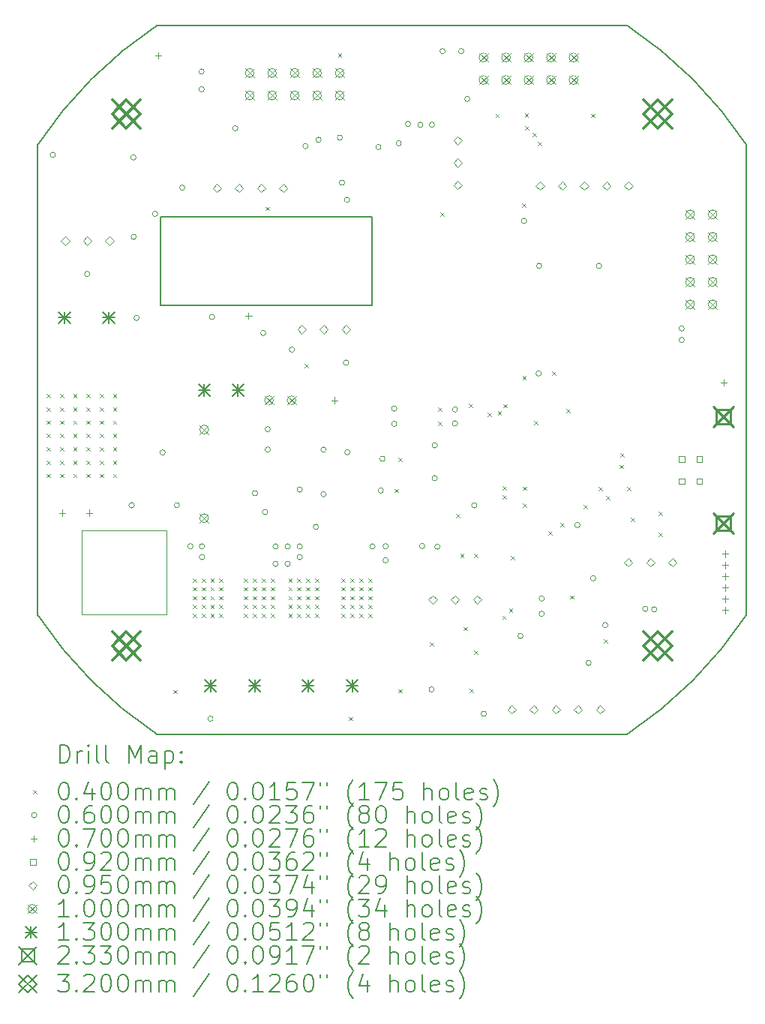
<source format=gbr>
%TF.GenerationSoftware,KiCad,Pcbnew,6.0.10*%
%TF.CreationDate,2023-01-12T12:24:53+03:00*%
%TF.ProjectId,nitrogen,6e697472-6f67-4656-9e2e-6b696361645f,rev?*%
%TF.SameCoordinates,Original*%
%TF.FileFunction,Drillmap*%
%TF.FilePolarity,Positive*%
%FSLAX45Y45*%
G04 Gerber Fmt 4.5, Leading zero omitted, Abs format (unit mm)*
G04 Created by KiCad (PCBNEW 6.0.10) date 2023-01-12 12:24:53*
%MOMM*%
%LPD*%
G01*
G04 APERTURE LIST*
%ADD10C,0.200000*%
%ADD11C,0.100000*%
%ADD12C,0.150000*%
%ADD13C,0.040000*%
%ADD14C,0.060000*%
%ADD15C,0.070000*%
%ADD16C,0.092000*%
%ADD17C,0.095000*%
%ADD18C,0.130000*%
%ADD19C,0.233000*%
%ADD20C,0.320000*%
G04 APERTURE END LIST*
D10*
X16553298Y-12500002D02*
X11246698Y-12500002D01*
D11*
X10400000Y-10200000D02*
X11350000Y-10200000D01*
X11350000Y-10200000D02*
X11350000Y-11150000D01*
X11350000Y-11150000D02*
X10400000Y-11150000D01*
X10400000Y-11150000D02*
X10400000Y-10200000D01*
D10*
X11246698Y-4500002D02*
X16553298Y-4500002D01*
D12*
X11285000Y-6660000D02*
X13675000Y-6660000D01*
X13675000Y-6660000D02*
X13675000Y-7660000D01*
X13675000Y-7660000D02*
X11285000Y-7660000D01*
X11285000Y-7660000D02*
X11285000Y-6660000D01*
D10*
X9899998Y-11153302D02*
G75*
G03*
X11246698Y-12500002I3997822J2651122D01*
G01*
X17899998Y-5846702D02*
G75*
G03*
X16553298Y-4500002I-3997818J-2651118D01*
G01*
X16553297Y-12500001D02*
G75*
G03*
X17899998Y-11153302I-2651117J3997821D01*
G01*
X17899998Y-5846702D02*
X17899998Y-11153302D01*
X11246698Y-4500001D02*
G75*
G03*
X9899998Y-5846702I2651122J-3997819D01*
G01*
X9899998Y-11153302D02*
X9899998Y-5846702D01*
D13*
X10000000Y-8660000D02*
X10040000Y-8700000D01*
X10040000Y-8660000D02*
X10000000Y-8700000D01*
X10000000Y-8810000D02*
X10040000Y-8850000D01*
X10040000Y-8810000D02*
X10000000Y-8850000D01*
X10000000Y-8960000D02*
X10040000Y-9000000D01*
X10040000Y-8960000D02*
X10000000Y-9000000D01*
X10000000Y-9110000D02*
X10040000Y-9150000D01*
X10040000Y-9110000D02*
X10000000Y-9150000D01*
X10000000Y-9260000D02*
X10040000Y-9300000D01*
X10040000Y-9260000D02*
X10000000Y-9300000D01*
X10000000Y-9410000D02*
X10040000Y-9450000D01*
X10040000Y-9410000D02*
X10000000Y-9450000D01*
X10000000Y-9560000D02*
X10040000Y-9600000D01*
X10040000Y-9560000D02*
X10000000Y-9600000D01*
X10150000Y-8660000D02*
X10190000Y-8700000D01*
X10190000Y-8660000D02*
X10150000Y-8700000D01*
X10150000Y-8810000D02*
X10190000Y-8850000D01*
X10190000Y-8810000D02*
X10150000Y-8850000D01*
X10150000Y-8960000D02*
X10190000Y-9000000D01*
X10190000Y-8960000D02*
X10150000Y-9000000D01*
X10150000Y-9110000D02*
X10190000Y-9150000D01*
X10190000Y-9110000D02*
X10150000Y-9150000D01*
X10150000Y-9260000D02*
X10190000Y-9300000D01*
X10190000Y-9260000D02*
X10150000Y-9300000D01*
X10150000Y-9410000D02*
X10190000Y-9450000D01*
X10190000Y-9410000D02*
X10150000Y-9450000D01*
X10150000Y-9560000D02*
X10190000Y-9600000D01*
X10190000Y-9560000D02*
X10150000Y-9600000D01*
X10300000Y-8660000D02*
X10340000Y-8700000D01*
X10340000Y-8660000D02*
X10300000Y-8700000D01*
X10300000Y-8810000D02*
X10340000Y-8850000D01*
X10340000Y-8810000D02*
X10300000Y-8850000D01*
X10300000Y-8960000D02*
X10340000Y-9000000D01*
X10340000Y-8960000D02*
X10300000Y-9000000D01*
X10300000Y-9110000D02*
X10340000Y-9150000D01*
X10340000Y-9110000D02*
X10300000Y-9150000D01*
X10300000Y-9260000D02*
X10340000Y-9300000D01*
X10340000Y-9260000D02*
X10300000Y-9300000D01*
X10300000Y-9410000D02*
X10340000Y-9450000D01*
X10340000Y-9410000D02*
X10300000Y-9450000D01*
X10300000Y-9560000D02*
X10340000Y-9600000D01*
X10340000Y-9560000D02*
X10300000Y-9600000D01*
X10450000Y-8660000D02*
X10490000Y-8700000D01*
X10490000Y-8660000D02*
X10450000Y-8700000D01*
X10450000Y-8810000D02*
X10490000Y-8850000D01*
X10490000Y-8810000D02*
X10450000Y-8850000D01*
X10450000Y-8960000D02*
X10490000Y-9000000D01*
X10490000Y-8960000D02*
X10450000Y-9000000D01*
X10450000Y-9110000D02*
X10490000Y-9150000D01*
X10490000Y-9110000D02*
X10450000Y-9150000D01*
X10450000Y-9260000D02*
X10490000Y-9300000D01*
X10490000Y-9260000D02*
X10450000Y-9300000D01*
X10450000Y-9410000D02*
X10490000Y-9450000D01*
X10490000Y-9410000D02*
X10450000Y-9450000D01*
X10450000Y-9560000D02*
X10490000Y-9600000D01*
X10490000Y-9560000D02*
X10450000Y-9600000D01*
X10600000Y-8660000D02*
X10640000Y-8700000D01*
X10640000Y-8660000D02*
X10600000Y-8700000D01*
X10600000Y-8810000D02*
X10640000Y-8850000D01*
X10640000Y-8810000D02*
X10600000Y-8850000D01*
X10600000Y-8960000D02*
X10640000Y-9000000D01*
X10640000Y-8960000D02*
X10600000Y-9000000D01*
X10600000Y-9110000D02*
X10640000Y-9150000D01*
X10640000Y-9110000D02*
X10600000Y-9150000D01*
X10600000Y-9260000D02*
X10640000Y-9300000D01*
X10640000Y-9260000D02*
X10600000Y-9300000D01*
X10600000Y-9410000D02*
X10640000Y-9450000D01*
X10640000Y-9410000D02*
X10600000Y-9450000D01*
X10600000Y-9560000D02*
X10640000Y-9600000D01*
X10640000Y-9560000D02*
X10600000Y-9600000D01*
X10750000Y-8660000D02*
X10790000Y-8700000D01*
X10790000Y-8660000D02*
X10750000Y-8700000D01*
X10750000Y-8810000D02*
X10790000Y-8850000D01*
X10790000Y-8810000D02*
X10750000Y-8850000D01*
X10750000Y-8960000D02*
X10790000Y-9000000D01*
X10790000Y-8960000D02*
X10750000Y-9000000D01*
X10750000Y-9110000D02*
X10790000Y-9150000D01*
X10790000Y-9110000D02*
X10750000Y-9150000D01*
X10750000Y-9260000D02*
X10790000Y-9300000D01*
X10790000Y-9260000D02*
X10750000Y-9300000D01*
X10750000Y-9410000D02*
X10790000Y-9450000D01*
X10790000Y-9410000D02*
X10750000Y-9450000D01*
X10750000Y-9560000D02*
X10790000Y-9600000D01*
X10790000Y-9560000D02*
X10750000Y-9600000D01*
X11430000Y-12000000D02*
X11470000Y-12040000D01*
X11470000Y-12000000D02*
X11430000Y-12040000D01*
X11650000Y-10740000D02*
X11690000Y-10780000D01*
X11690000Y-10740000D02*
X11650000Y-10780000D01*
X11650000Y-10840000D02*
X11690000Y-10880000D01*
X11690000Y-10840000D02*
X11650000Y-10880000D01*
X11650000Y-10940000D02*
X11690000Y-10980000D01*
X11690000Y-10940000D02*
X11650000Y-10980000D01*
X11650000Y-11040000D02*
X11690000Y-11080000D01*
X11690000Y-11040000D02*
X11650000Y-11080000D01*
X11650000Y-11140000D02*
X11690000Y-11180000D01*
X11690000Y-11140000D02*
X11650000Y-11180000D01*
X11750000Y-10740000D02*
X11790000Y-10780000D01*
X11790000Y-10740000D02*
X11750000Y-10780000D01*
X11750000Y-10840000D02*
X11790000Y-10880000D01*
X11790000Y-10840000D02*
X11750000Y-10880000D01*
X11750000Y-10940000D02*
X11790000Y-10980000D01*
X11790000Y-10940000D02*
X11750000Y-10980000D01*
X11750000Y-11040000D02*
X11790000Y-11080000D01*
X11790000Y-11040000D02*
X11750000Y-11080000D01*
X11750000Y-11140000D02*
X11790000Y-11180000D01*
X11790000Y-11140000D02*
X11750000Y-11180000D01*
X11850000Y-10740000D02*
X11890000Y-10780000D01*
X11890000Y-10740000D02*
X11850000Y-10780000D01*
X11850000Y-10840000D02*
X11890000Y-10880000D01*
X11890000Y-10840000D02*
X11850000Y-10880000D01*
X11850000Y-10940000D02*
X11890000Y-10980000D01*
X11890000Y-10940000D02*
X11850000Y-10980000D01*
X11850000Y-11040000D02*
X11890000Y-11080000D01*
X11890000Y-11040000D02*
X11850000Y-11080000D01*
X11850000Y-11140000D02*
X11890000Y-11180000D01*
X11890000Y-11140000D02*
X11850000Y-11180000D01*
X11950000Y-10740000D02*
X11990000Y-10780000D01*
X11990000Y-10740000D02*
X11950000Y-10780000D01*
X11950000Y-10840000D02*
X11990000Y-10880000D01*
X11990000Y-10840000D02*
X11950000Y-10880000D01*
X11950000Y-10940000D02*
X11990000Y-10980000D01*
X11990000Y-10940000D02*
X11950000Y-10980000D01*
X11950000Y-11040000D02*
X11990000Y-11080000D01*
X11990000Y-11040000D02*
X11950000Y-11080000D01*
X11950000Y-11140000D02*
X11990000Y-11180000D01*
X11990000Y-11140000D02*
X11950000Y-11180000D01*
X12230000Y-10740000D02*
X12270000Y-10780000D01*
X12270000Y-10740000D02*
X12230000Y-10780000D01*
X12230000Y-10840000D02*
X12270000Y-10880000D01*
X12270000Y-10840000D02*
X12230000Y-10880000D01*
X12230000Y-10940000D02*
X12270000Y-10980000D01*
X12270000Y-10940000D02*
X12230000Y-10980000D01*
X12230000Y-11040000D02*
X12270000Y-11080000D01*
X12270000Y-11040000D02*
X12230000Y-11080000D01*
X12230000Y-11140000D02*
X12270000Y-11180000D01*
X12270000Y-11140000D02*
X12230000Y-11180000D01*
X12330000Y-10740000D02*
X12370000Y-10780000D01*
X12370000Y-10740000D02*
X12330000Y-10780000D01*
X12330000Y-10840000D02*
X12370000Y-10880000D01*
X12370000Y-10840000D02*
X12330000Y-10880000D01*
X12330000Y-10940000D02*
X12370000Y-10980000D01*
X12370000Y-10940000D02*
X12330000Y-10980000D01*
X12330000Y-11040000D02*
X12370000Y-11080000D01*
X12370000Y-11040000D02*
X12330000Y-11080000D01*
X12330000Y-11140000D02*
X12370000Y-11180000D01*
X12370000Y-11140000D02*
X12330000Y-11180000D01*
X12430000Y-10740000D02*
X12470000Y-10780000D01*
X12470000Y-10740000D02*
X12430000Y-10780000D01*
X12430000Y-10840000D02*
X12470000Y-10880000D01*
X12470000Y-10840000D02*
X12430000Y-10880000D01*
X12430000Y-10940000D02*
X12470000Y-10980000D01*
X12470000Y-10940000D02*
X12430000Y-10980000D01*
X12430000Y-11040000D02*
X12470000Y-11080000D01*
X12470000Y-11040000D02*
X12430000Y-11080000D01*
X12430000Y-11140000D02*
X12470000Y-11180000D01*
X12470000Y-11140000D02*
X12430000Y-11180000D01*
X12472100Y-6545900D02*
X12512100Y-6585900D01*
X12512100Y-6545900D02*
X12472100Y-6585900D01*
X12530000Y-10740000D02*
X12570000Y-10780000D01*
X12570000Y-10740000D02*
X12530000Y-10780000D01*
X12530000Y-10840000D02*
X12570000Y-10880000D01*
X12570000Y-10840000D02*
X12530000Y-10880000D01*
X12530000Y-10940000D02*
X12570000Y-10980000D01*
X12570000Y-10940000D02*
X12530000Y-10980000D01*
X12530000Y-11040000D02*
X12570000Y-11080000D01*
X12570000Y-11040000D02*
X12530000Y-11080000D01*
X12530000Y-11140000D02*
X12570000Y-11180000D01*
X12570000Y-11140000D02*
X12530000Y-11180000D01*
X12730000Y-10740000D02*
X12770000Y-10780000D01*
X12770000Y-10740000D02*
X12730000Y-10780000D01*
X12730000Y-10840000D02*
X12770000Y-10880000D01*
X12770000Y-10840000D02*
X12730000Y-10880000D01*
X12730000Y-10940000D02*
X12770000Y-10980000D01*
X12770000Y-10940000D02*
X12730000Y-10980000D01*
X12730000Y-11040000D02*
X12770000Y-11080000D01*
X12770000Y-11040000D02*
X12730000Y-11080000D01*
X12730000Y-11140000D02*
X12770000Y-11180000D01*
X12770000Y-11140000D02*
X12730000Y-11180000D01*
X12830000Y-10740000D02*
X12870000Y-10780000D01*
X12870000Y-10740000D02*
X12830000Y-10780000D01*
X12830000Y-10840000D02*
X12870000Y-10880000D01*
X12870000Y-10840000D02*
X12830000Y-10880000D01*
X12830000Y-10940000D02*
X12870000Y-10980000D01*
X12870000Y-10940000D02*
X12830000Y-10980000D01*
X12830000Y-11040000D02*
X12870000Y-11080000D01*
X12870000Y-11040000D02*
X12830000Y-11080000D01*
X12830000Y-11140000D02*
X12870000Y-11180000D01*
X12870000Y-11140000D02*
X12830000Y-11180000D01*
X12910000Y-8320000D02*
X12950000Y-8360000D01*
X12950000Y-8320000D02*
X12910000Y-8360000D01*
X12930000Y-10740000D02*
X12970000Y-10780000D01*
X12970000Y-10740000D02*
X12930000Y-10780000D01*
X12930000Y-10840000D02*
X12970000Y-10880000D01*
X12970000Y-10840000D02*
X12930000Y-10880000D01*
X12930000Y-10940000D02*
X12970000Y-10980000D01*
X12970000Y-10940000D02*
X12930000Y-10980000D01*
X12930000Y-11040000D02*
X12970000Y-11080000D01*
X12970000Y-11040000D02*
X12930000Y-11080000D01*
X12930000Y-11140000D02*
X12970000Y-11180000D01*
X12970000Y-11140000D02*
X12930000Y-11180000D01*
X13030000Y-10740000D02*
X13070000Y-10780000D01*
X13070000Y-10740000D02*
X13030000Y-10780000D01*
X13030000Y-10840000D02*
X13070000Y-10880000D01*
X13070000Y-10840000D02*
X13030000Y-10880000D01*
X13030000Y-10940000D02*
X13070000Y-10980000D01*
X13070000Y-10940000D02*
X13030000Y-10980000D01*
X13030000Y-11040000D02*
X13070000Y-11080000D01*
X13070000Y-11040000D02*
X13030000Y-11080000D01*
X13030000Y-11140000D02*
X13070000Y-11180000D01*
X13070000Y-11140000D02*
X13030000Y-11180000D01*
X13289600Y-4817100D02*
X13329600Y-4857100D01*
X13329600Y-4817100D02*
X13289600Y-4857100D01*
X13330000Y-10740000D02*
X13370000Y-10780000D01*
X13370000Y-10740000D02*
X13330000Y-10780000D01*
X13330000Y-10840000D02*
X13370000Y-10880000D01*
X13370000Y-10840000D02*
X13330000Y-10880000D01*
X13330000Y-10940000D02*
X13370000Y-10980000D01*
X13370000Y-10940000D02*
X13330000Y-10980000D01*
X13330000Y-11040000D02*
X13370000Y-11080000D01*
X13370000Y-11040000D02*
X13330000Y-11080000D01*
X13330000Y-11140000D02*
X13370000Y-11180000D01*
X13370000Y-11140000D02*
X13330000Y-11180000D01*
X13415000Y-12305000D02*
X13455000Y-12345000D01*
X13455000Y-12305000D02*
X13415000Y-12345000D01*
X13430000Y-10740000D02*
X13470000Y-10780000D01*
X13470000Y-10740000D02*
X13430000Y-10780000D01*
X13430000Y-10840000D02*
X13470000Y-10880000D01*
X13470000Y-10840000D02*
X13430000Y-10880000D01*
X13430000Y-10940000D02*
X13470000Y-10980000D01*
X13470000Y-10940000D02*
X13430000Y-10980000D01*
X13430000Y-11040000D02*
X13470000Y-11080000D01*
X13470000Y-11040000D02*
X13430000Y-11080000D01*
X13430000Y-11140000D02*
X13470000Y-11180000D01*
X13470000Y-11140000D02*
X13430000Y-11180000D01*
X13530000Y-10740000D02*
X13570000Y-10780000D01*
X13570000Y-10740000D02*
X13530000Y-10780000D01*
X13530000Y-10840000D02*
X13570000Y-10880000D01*
X13570000Y-10840000D02*
X13530000Y-10880000D01*
X13530000Y-10940000D02*
X13570000Y-10980000D01*
X13570000Y-10940000D02*
X13530000Y-10980000D01*
X13530000Y-11040000D02*
X13570000Y-11080000D01*
X13570000Y-11040000D02*
X13530000Y-11080000D01*
X13530000Y-11140000D02*
X13570000Y-11180000D01*
X13570000Y-11140000D02*
X13530000Y-11180000D01*
X13630000Y-10740000D02*
X13670000Y-10780000D01*
X13670000Y-10740000D02*
X13630000Y-10780000D01*
X13630000Y-10840000D02*
X13670000Y-10880000D01*
X13670000Y-10840000D02*
X13630000Y-10880000D01*
X13630000Y-10940000D02*
X13670000Y-10980000D01*
X13670000Y-10940000D02*
X13630000Y-10980000D01*
X13630000Y-11040000D02*
X13670000Y-11080000D01*
X13670000Y-11040000D02*
X13630000Y-11080000D01*
X13630000Y-11140000D02*
X13670000Y-11180000D01*
X13670000Y-11140000D02*
X13630000Y-11180000D01*
X13926250Y-9730000D02*
X13966250Y-9770000D01*
X13966250Y-9730000D02*
X13926250Y-9770000D01*
X13970000Y-9380000D02*
X14010000Y-9420000D01*
X14010000Y-9380000D02*
X13970000Y-9420000D01*
X13970000Y-11990000D02*
X14010000Y-12030000D01*
X14010000Y-11990000D02*
X13970000Y-12030000D01*
X14325920Y-11460800D02*
X14365920Y-11500800D01*
X14365920Y-11460800D02*
X14325920Y-11500800D01*
X14417470Y-8814120D02*
X14457470Y-8854120D01*
X14457470Y-8814120D02*
X14417470Y-8854120D01*
X14417470Y-8971600D02*
X14457470Y-9011600D01*
X14457470Y-8971600D02*
X14417470Y-9011600D01*
X14447840Y-6609400D02*
X14487840Y-6649400D01*
X14487840Y-6609400D02*
X14447840Y-6649400D01*
X14625640Y-10013000D02*
X14665640Y-10053000D01*
X14665640Y-10013000D02*
X14625640Y-10053000D01*
X14668820Y-10460040D02*
X14708820Y-10500040D01*
X14708820Y-10460040D02*
X14668820Y-10500040D01*
X14706920Y-11288080D02*
X14746920Y-11328080D01*
X14746920Y-11288080D02*
X14706920Y-11328080D01*
X14770000Y-8770000D02*
X14810000Y-8810000D01*
X14810000Y-8770000D02*
X14770000Y-8810000D01*
X14778040Y-11984040D02*
X14818040Y-12024040D01*
X14818040Y-11984040D02*
X14778040Y-12024040D01*
X14826300Y-10460040D02*
X14866300Y-10500040D01*
X14866300Y-10460040D02*
X14826300Y-10500040D01*
X14828840Y-11552240D02*
X14868840Y-11592240D01*
X14868840Y-11552240D02*
X14828840Y-11592240D01*
X14981240Y-8870000D02*
X15021240Y-8910000D01*
X15021240Y-8870000D02*
X14981240Y-8910000D01*
X15067600Y-5496880D02*
X15107600Y-5536880D01*
X15107600Y-5496880D02*
X15067600Y-5536880D01*
X15093000Y-8854760D02*
X15133000Y-8894760D01*
X15133000Y-8854760D02*
X15093000Y-8894760D01*
X15144950Y-11160000D02*
X15184950Y-11200000D01*
X15184950Y-11160000D02*
X15144950Y-11200000D01*
X15146890Y-9699690D02*
X15186890Y-9739690D01*
X15186890Y-9699690D02*
X15146890Y-9739690D01*
X15146890Y-9799640D02*
X15186890Y-9839640D01*
X15186890Y-9799640D02*
X15146890Y-9839640D01*
X15159040Y-8773480D02*
X15199040Y-8813480D01*
X15199040Y-8773480D02*
X15159040Y-8813480D01*
X15219100Y-11081610D02*
X15259100Y-11121610D01*
X15259100Y-11081610D02*
X15219100Y-11121610D01*
X15240320Y-10485440D02*
X15280320Y-10525440D01*
X15280320Y-10485440D02*
X15240320Y-10525440D01*
X15368750Y-6510000D02*
X15408750Y-6550000D01*
X15408750Y-6510000D02*
X15368750Y-6550000D01*
X15372400Y-8458520D02*
X15412400Y-8498520D01*
X15412400Y-8458520D02*
X15372400Y-8498520D01*
X15374390Y-9704640D02*
X15414390Y-9744640D01*
X15414390Y-9704640D02*
X15374390Y-9744640D01*
X15377480Y-9896160D02*
X15417480Y-9936160D01*
X15417480Y-9896160D02*
X15377480Y-9936160D01*
X15397800Y-5491800D02*
X15437800Y-5531800D01*
X15437800Y-5491800D02*
X15397800Y-5531800D01*
X15402880Y-5634040D02*
X15442880Y-5674040D01*
X15442880Y-5634040D02*
X15402880Y-5674040D01*
X15484160Y-5715320D02*
X15524160Y-5755320D01*
X15524160Y-5715320D02*
X15484160Y-5755320D01*
X15504480Y-8961440D02*
X15544480Y-9001440D01*
X15544480Y-8961440D02*
X15504480Y-9001440D01*
X15545120Y-5811840D02*
X15585120Y-5851840D01*
X15585120Y-5811840D02*
X15545120Y-5851840D01*
X15667040Y-10206040D02*
X15707040Y-10246040D01*
X15707040Y-10206040D02*
X15667040Y-10246040D01*
X15707570Y-8407720D02*
X15747570Y-8447720D01*
X15747570Y-8407720D02*
X15707570Y-8447720D01*
X15799120Y-10117140D02*
X15839120Y-10157140D01*
X15839120Y-10117140D02*
X15799120Y-10157140D01*
X15870240Y-8829360D02*
X15910240Y-8869360D01*
X15910240Y-8829360D02*
X15870240Y-8869360D01*
X15910880Y-10932480D02*
X15950880Y-10972480D01*
X15950880Y-10932480D02*
X15910880Y-10972480D01*
X16063280Y-9911400D02*
X16103280Y-9951400D01*
X16103280Y-9911400D02*
X16063280Y-9951400D01*
X16144560Y-5496880D02*
X16184560Y-5536880D01*
X16184560Y-5496880D02*
X16144560Y-5536880D01*
X16230000Y-9710000D02*
X16270000Y-9750000D01*
X16270000Y-9710000D02*
X16230000Y-9750000D01*
X16290000Y-11428690D02*
X16330000Y-11468690D01*
X16330000Y-11428690D02*
X16290000Y-11468690D01*
X16316280Y-9811140D02*
X16356280Y-9851140D01*
X16356280Y-9811140D02*
X16316280Y-9851140D01*
X16470000Y-9460000D02*
X16510000Y-9500000D01*
X16510000Y-9460000D02*
X16470000Y-9500000D01*
X16475190Y-9329580D02*
X16515190Y-9369580D01*
X16515190Y-9329580D02*
X16475190Y-9369580D01*
X16550960Y-9708200D02*
X16590960Y-9748200D01*
X16590960Y-9708200D02*
X16550960Y-9748200D01*
X16596870Y-10058720D02*
X16636870Y-10098720D01*
X16636870Y-10058720D02*
X16596870Y-10098720D01*
X16911640Y-9990000D02*
X16951640Y-10030000D01*
X16951640Y-9990000D02*
X16911640Y-10030000D01*
X16911640Y-10226360D02*
X16951640Y-10266360D01*
X16951640Y-10226360D02*
X16911640Y-10266360D01*
D14*
X10100000Y-5960000D02*
G75*
G03*
X10100000Y-5960000I-30000J0D01*
G01*
X10489720Y-7304850D02*
G75*
G03*
X10489720Y-7304850I-30000J0D01*
G01*
X10990000Y-9915000D02*
G75*
G03*
X10990000Y-9915000I-30000J0D01*
G01*
X11010000Y-5990000D02*
G75*
G03*
X11010000Y-5990000I-30000J0D01*
G01*
X11012960Y-6884780D02*
G75*
G03*
X11012960Y-6884780I-30000J0D01*
G01*
X11046500Y-7800300D02*
G75*
G03*
X11046500Y-7800300I-30000J0D01*
G01*
X11255000Y-6626250D02*
G75*
G03*
X11255000Y-6626250I-30000J0D01*
G01*
X11340000Y-9320000D02*
G75*
G03*
X11340000Y-9320000I-30000J0D01*
G01*
X11500000Y-9915000D02*
G75*
G03*
X11500000Y-9915000I-30000J0D01*
G01*
X11561790Y-6329680D02*
G75*
G03*
X11561790Y-6329680I-30000J0D01*
G01*
X11653040Y-10378440D02*
G75*
G03*
X11653040Y-10378440I-30000J0D01*
G01*
X11780000Y-5020000D02*
G75*
G03*
X11780000Y-5020000I-30000J0D01*
G01*
X11780000Y-5220000D02*
G75*
G03*
X11780000Y-5220000I-30000J0D01*
G01*
X11785120Y-10378440D02*
G75*
G03*
X11785120Y-10378440I-30000J0D01*
G01*
X11785120Y-10500360D02*
G75*
G03*
X11785120Y-10500360I-30000J0D01*
G01*
X11880000Y-12325000D02*
G75*
G03*
X11880000Y-12325000I-30000J0D01*
G01*
X11897400Y-7790100D02*
G75*
G03*
X11897400Y-7790100I-30000J0D01*
G01*
X12160000Y-5660000D02*
G75*
G03*
X12160000Y-5660000I-30000J0D01*
G01*
X12383180Y-9779000D02*
G75*
G03*
X12383180Y-9779000I-30000J0D01*
G01*
X12476000Y-7970520D02*
G75*
G03*
X12476000Y-7970520I-30000J0D01*
G01*
X12496320Y-9992360D02*
G75*
G03*
X12496320Y-9992360I-30000J0D01*
G01*
X12526760Y-9056240D02*
G75*
G03*
X12526760Y-9056240I-30000J0D01*
G01*
X12526760Y-9286240D02*
G75*
G03*
X12526760Y-9286240I-30000J0D01*
G01*
X12614551Y-10577061D02*
G75*
G03*
X12614551Y-10577061I-30000J0D01*
G01*
X12614830Y-10380000D02*
G75*
G03*
X12614830Y-10380000I-30000J0D01*
G01*
X12750320Y-10576560D02*
G75*
G03*
X12750320Y-10576560I-30000J0D01*
G01*
X12752000Y-10380000D02*
G75*
G03*
X12752000Y-10380000I-30000J0D01*
G01*
X12800000Y-8158750D02*
G75*
G03*
X12800000Y-8158750I-30000J0D01*
G01*
X12887480Y-9738360D02*
G75*
G03*
X12887480Y-9738360I-30000J0D01*
G01*
X12887480Y-10378440D02*
G75*
G03*
X12887480Y-10378440I-30000J0D01*
G01*
X12887480Y-10500360D02*
G75*
G03*
X12887480Y-10500360I-30000J0D01*
G01*
X12953520Y-5862320D02*
G75*
G03*
X12953520Y-5862320I-30000J0D01*
G01*
X13070550Y-10160000D02*
G75*
G03*
X13070550Y-10160000I-30000J0D01*
G01*
X13100000Y-5790000D02*
G75*
G03*
X13100000Y-5790000I-30000J0D01*
G01*
X13156760Y-9286240D02*
G75*
G03*
X13156760Y-9286240I-30000J0D01*
G01*
X13156760Y-9790570D02*
G75*
G03*
X13156760Y-9790570I-30000J0D01*
G01*
X13341000Y-5766000D02*
G75*
G03*
X13341000Y-5766000I-30000J0D01*
G01*
X13365000Y-6275000D02*
G75*
G03*
X13365000Y-6275000I-30000J0D01*
G01*
X13410720Y-8305610D02*
G75*
G03*
X13410720Y-8305610I-30000J0D01*
G01*
X13420880Y-6466840D02*
G75*
G03*
X13420880Y-6466840I-30000J0D01*
G01*
X13425806Y-9315944D02*
G75*
G03*
X13425806Y-9315944I-30000J0D01*
G01*
X13708000Y-10380000D02*
G75*
G03*
X13708000Y-10380000I-30000J0D01*
G01*
X13776480Y-5872480D02*
G75*
G03*
X13776480Y-5872480I-30000J0D01*
G01*
X13801880Y-9748520D02*
G75*
G03*
X13801880Y-9748520I-30000J0D01*
G01*
X13820000Y-9390000D02*
G75*
G03*
X13820000Y-9390000I-30000J0D01*
G01*
X13857760Y-10378440D02*
G75*
G03*
X13857760Y-10378440I-30000J0D01*
G01*
X13857760Y-10535920D02*
G75*
G03*
X13857760Y-10535920I-30000J0D01*
G01*
X13954280Y-8823960D02*
G75*
G03*
X13954280Y-8823960I-30000J0D01*
G01*
X13954280Y-8996460D02*
G75*
G03*
X13954280Y-8996460I-30000J0D01*
G01*
X14005080Y-5830000D02*
G75*
G03*
X14005080Y-5830000I-30000J0D01*
G01*
X14110069Y-5609931D02*
G75*
G03*
X14110069Y-5609931I-30000J0D01*
G01*
X14250000Y-5620000D02*
G75*
G03*
X14250000Y-5620000I-30000J0D01*
G01*
X14269350Y-10375900D02*
G75*
G03*
X14269350Y-10375900I-30000J0D01*
G01*
X14375920Y-11993880D02*
G75*
G03*
X14375920Y-11993880I-30000J0D01*
G01*
X14380000Y-5620000D02*
G75*
G03*
X14380000Y-5620000I-30000J0D01*
G01*
X14411480Y-9238400D02*
G75*
G03*
X14411480Y-9238400I-30000J0D01*
G01*
X14411480Y-9608400D02*
G75*
G03*
X14411480Y-9608400I-30000J0D01*
G01*
X14441850Y-10382490D02*
G75*
G03*
X14441850Y-10382490I-30000J0D01*
G01*
X14500000Y-4790000D02*
G75*
G03*
X14500000Y-4790000I-30000J0D01*
G01*
X14639970Y-8834120D02*
G75*
G03*
X14639970Y-8834120I-30000J0D01*
G01*
X14639970Y-8991600D02*
G75*
G03*
X14639970Y-8991600I-30000J0D01*
G01*
X14710000Y-4790000D02*
G75*
G03*
X14710000Y-4790000I-30000J0D01*
G01*
X14778750Y-5330000D02*
G75*
G03*
X14778750Y-5330000I-30000J0D01*
G01*
X14858520Y-9916160D02*
G75*
G03*
X14858520Y-9916160I-30000J0D01*
G01*
X14965200Y-12268200D02*
G75*
G03*
X14965200Y-12268200I-30000J0D01*
G01*
X15379220Y-11389360D02*
G75*
G03*
X15379220Y-11389360I-30000J0D01*
G01*
X15418750Y-6704170D02*
G75*
G03*
X15418750Y-6704170I-30000J0D01*
G01*
X15585070Y-8427720D02*
G75*
G03*
X15585070Y-8427720I-30000J0D01*
G01*
X15590040Y-7213600D02*
G75*
G03*
X15590040Y-7213600I-30000J0D01*
G01*
X15620520Y-10967830D02*
G75*
G03*
X15620520Y-10967830I-30000J0D01*
G01*
X15620520Y-11140330D02*
G75*
G03*
X15620520Y-11140330I-30000J0D01*
G01*
X16021730Y-10137140D02*
G75*
G03*
X16021730Y-10137140I-30000J0D01*
G01*
X16148840Y-11694160D02*
G75*
G03*
X16148840Y-11694160I-30000J0D01*
G01*
X16199530Y-10739120D02*
G75*
G03*
X16199530Y-10739120I-30000J0D01*
G01*
X16265680Y-7213600D02*
G75*
G03*
X16265680Y-7213600I-30000J0D01*
G01*
X16336800Y-11267440D02*
G75*
G03*
X16336800Y-11267440I-30000J0D01*
G01*
X16788920Y-11084560D02*
G75*
G03*
X16788920Y-11084560I-30000J0D01*
G01*
X16889931Y-11090069D02*
G75*
G03*
X16889931Y-11090069I-30000J0D01*
G01*
X17200000Y-7920000D02*
G75*
G03*
X17200000Y-7920000I-30000J0D01*
G01*
X17200000Y-8050000D02*
G75*
G03*
X17200000Y-8050000I-30000J0D01*
G01*
D15*
X10180000Y-9965000D02*
X10180000Y-10035000D01*
X10145000Y-10000000D02*
X10215000Y-10000000D01*
X10480000Y-9965000D02*
X10480000Y-10035000D01*
X10445000Y-10000000D02*
X10515000Y-10000000D01*
X11262360Y-4806240D02*
X11262360Y-4876240D01*
X11227360Y-4841240D02*
X11297360Y-4841240D01*
X12280000Y-7745000D02*
X12280000Y-7815000D01*
X12245000Y-7780000D02*
X12315000Y-7780000D01*
X13250000Y-8695000D02*
X13250000Y-8765000D01*
X13215000Y-8730000D02*
X13285000Y-8730000D01*
X17641650Y-8495660D02*
X17641650Y-8565660D01*
X17606650Y-8530660D02*
X17676650Y-8530660D01*
X17663160Y-10429800D02*
X17663160Y-10499800D01*
X17628160Y-10464800D02*
X17698160Y-10464800D01*
X17663160Y-10556800D02*
X17663160Y-10626800D01*
X17628160Y-10591800D02*
X17698160Y-10591800D01*
X17663160Y-10683800D02*
X17663160Y-10753800D01*
X17628160Y-10718800D02*
X17698160Y-10718800D01*
X17663160Y-10810800D02*
X17663160Y-10880800D01*
X17628160Y-10845800D02*
X17698160Y-10845800D01*
X17663160Y-10937800D02*
X17663160Y-11007800D01*
X17628160Y-10972800D02*
X17698160Y-10972800D01*
X17663160Y-11064800D02*
X17663160Y-11134800D01*
X17628160Y-11099800D02*
X17698160Y-11099800D01*
D16*
X17201527Y-9425527D02*
X17201527Y-9360473D01*
X17136473Y-9360473D01*
X17136473Y-9425527D01*
X17201527Y-9425527D01*
X17201527Y-9675527D02*
X17201527Y-9610473D01*
X17136473Y-9610473D01*
X17136473Y-9675527D01*
X17201527Y-9675527D01*
X17401527Y-9425527D02*
X17401527Y-9360473D01*
X17336473Y-9360473D01*
X17336473Y-9425527D01*
X17401527Y-9425527D01*
X17401527Y-9675527D02*
X17401527Y-9610473D01*
X17336473Y-9610473D01*
X17336473Y-9675527D01*
X17401527Y-9675527D01*
D17*
X10210000Y-6977500D02*
X10257500Y-6930000D01*
X10210000Y-6882500D01*
X10162500Y-6930000D01*
X10210000Y-6977500D01*
X10460000Y-6977500D02*
X10507500Y-6930000D01*
X10460000Y-6882500D01*
X10412500Y-6930000D01*
X10460000Y-6977500D01*
X10710000Y-6977500D02*
X10757500Y-6930000D01*
X10710000Y-6882500D01*
X10662500Y-6930000D01*
X10710000Y-6977500D01*
X11923350Y-6383400D02*
X11970850Y-6335900D01*
X11923350Y-6288400D01*
X11875850Y-6335900D01*
X11923350Y-6383400D01*
X12173350Y-6383400D02*
X12220850Y-6335900D01*
X12173350Y-6288400D01*
X12125850Y-6335900D01*
X12173350Y-6383400D01*
X12423350Y-6383400D02*
X12470850Y-6335900D01*
X12423350Y-6288400D01*
X12375850Y-6335900D01*
X12423350Y-6383400D01*
X12673350Y-6383400D02*
X12720850Y-6335900D01*
X12673350Y-6288400D01*
X12625850Y-6335900D01*
X12673350Y-6383400D01*
X12880000Y-7977500D02*
X12927500Y-7930000D01*
X12880000Y-7882500D01*
X12832500Y-7930000D01*
X12880000Y-7977500D01*
X13130000Y-7977500D02*
X13177500Y-7930000D01*
X13130000Y-7882500D01*
X13082500Y-7930000D01*
X13130000Y-7977500D01*
X13380000Y-7977500D02*
X13427500Y-7930000D01*
X13380000Y-7882500D01*
X13332500Y-7930000D01*
X13380000Y-7977500D01*
X14360000Y-11027500D02*
X14407500Y-10980000D01*
X14360000Y-10932500D01*
X14312500Y-10980000D01*
X14360000Y-11027500D01*
X14610000Y-11027500D02*
X14657500Y-10980000D01*
X14610000Y-10932500D01*
X14562500Y-10980000D01*
X14610000Y-11027500D01*
X14640000Y-5847500D02*
X14687500Y-5800000D01*
X14640000Y-5752500D01*
X14592500Y-5800000D01*
X14640000Y-5847500D01*
X14640000Y-6097500D02*
X14687500Y-6050000D01*
X14640000Y-6002500D01*
X14592500Y-6050000D01*
X14640000Y-6097500D01*
X14640000Y-6347500D02*
X14687500Y-6300000D01*
X14640000Y-6252500D01*
X14592500Y-6300000D01*
X14640000Y-6347500D01*
X14860000Y-11027500D02*
X14907500Y-10980000D01*
X14860000Y-10932500D01*
X14812500Y-10980000D01*
X14860000Y-11027500D01*
X15250000Y-12267500D02*
X15297500Y-12220000D01*
X15250000Y-12172500D01*
X15202500Y-12220000D01*
X15250000Y-12267500D01*
X15500000Y-12267500D02*
X15547500Y-12220000D01*
X15500000Y-12172500D01*
X15452500Y-12220000D01*
X15500000Y-12267500D01*
X15570000Y-6357500D02*
X15617500Y-6310000D01*
X15570000Y-6262500D01*
X15522500Y-6310000D01*
X15570000Y-6357500D01*
X15750000Y-12267500D02*
X15797500Y-12220000D01*
X15750000Y-12172500D01*
X15702500Y-12220000D01*
X15750000Y-12267500D01*
X15820000Y-6357500D02*
X15867500Y-6310000D01*
X15820000Y-6262500D01*
X15772500Y-6310000D01*
X15820000Y-6357500D01*
X16000000Y-12267500D02*
X16047500Y-12220000D01*
X16000000Y-12172500D01*
X15952500Y-12220000D01*
X16000000Y-12267500D01*
X16070000Y-6357500D02*
X16117500Y-6310000D01*
X16070000Y-6262500D01*
X16022500Y-6310000D01*
X16070000Y-6357500D01*
X16250000Y-12267500D02*
X16297500Y-12220000D01*
X16250000Y-12172500D01*
X16202500Y-12220000D01*
X16250000Y-12267500D01*
X16320000Y-6357500D02*
X16367500Y-6310000D01*
X16320000Y-6262500D01*
X16272500Y-6310000D01*
X16320000Y-6357500D01*
X16565880Y-10608820D02*
X16613380Y-10561320D01*
X16565880Y-10513820D01*
X16518380Y-10561320D01*
X16565880Y-10608820D01*
X16570000Y-6357500D02*
X16617500Y-6310000D01*
X16570000Y-6262500D01*
X16522500Y-6310000D01*
X16570000Y-6357500D01*
X16815880Y-10608820D02*
X16863380Y-10561320D01*
X16815880Y-10513820D01*
X16768380Y-10561320D01*
X16815880Y-10608820D01*
X17065880Y-10608820D02*
X17113380Y-10561320D01*
X17065880Y-10513820D01*
X17018380Y-10561320D01*
X17065880Y-10608820D01*
D11*
X11728500Y-9011100D02*
X11828500Y-9111100D01*
X11828500Y-9011100D02*
X11728500Y-9111100D01*
X11828500Y-9061100D02*
G75*
G03*
X11828500Y-9061100I-50000J0D01*
G01*
X11728500Y-10011100D02*
X11828500Y-10111100D01*
X11828500Y-10011100D02*
X11728500Y-10111100D01*
X11828500Y-10061100D02*
G75*
G03*
X11828500Y-10061100I-50000J0D01*
G01*
X12242000Y-4986000D02*
X12342000Y-5086000D01*
X12342000Y-4986000D02*
X12242000Y-5086000D01*
X12342000Y-5036000D02*
G75*
G03*
X12342000Y-5036000I-50000J0D01*
G01*
X12242000Y-5240000D02*
X12342000Y-5340000D01*
X12342000Y-5240000D02*
X12242000Y-5340000D01*
X12342000Y-5290000D02*
G75*
G03*
X12342000Y-5290000I-50000J0D01*
G01*
X12461000Y-8680000D02*
X12561000Y-8780000D01*
X12561000Y-8680000D02*
X12461000Y-8780000D01*
X12561000Y-8730000D02*
G75*
G03*
X12561000Y-8730000I-50000J0D01*
G01*
X12496000Y-4986000D02*
X12596000Y-5086000D01*
X12596000Y-4986000D02*
X12496000Y-5086000D01*
X12596000Y-5036000D02*
G75*
G03*
X12596000Y-5036000I-50000J0D01*
G01*
X12496000Y-5240000D02*
X12596000Y-5340000D01*
X12596000Y-5240000D02*
X12496000Y-5340000D01*
X12596000Y-5290000D02*
G75*
G03*
X12596000Y-5290000I-50000J0D01*
G01*
X12715000Y-8680000D02*
X12815000Y-8780000D01*
X12815000Y-8680000D02*
X12715000Y-8780000D01*
X12815000Y-8730000D02*
G75*
G03*
X12815000Y-8730000I-50000J0D01*
G01*
X12750000Y-4986000D02*
X12850000Y-5086000D01*
X12850000Y-4986000D02*
X12750000Y-5086000D01*
X12850000Y-5036000D02*
G75*
G03*
X12850000Y-5036000I-50000J0D01*
G01*
X12750000Y-5240000D02*
X12850000Y-5340000D01*
X12850000Y-5240000D02*
X12750000Y-5340000D01*
X12850000Y-5290000D02*
G75*
G03*
X12850000Y-5290000I-50000J0D01*
G01*
X13004000Y-4986000D02*
X13104000Y-5086000D01*
X13104000Y-4986000D02*
X13004000Y-5086000D01*
X13104000Y-5036000D02*
G75*
G03*
X13104000Y-5036000I-50000J0D01*
G01*
X13004000Y-5240000D02*
X13104000Y-5340000D01*
X13104000Y-5240000D02*
X13004000Y-5340000D01*
X13104000Y-5290000D02*
G75*
G03*
X13104000Y-5290000I-50000J0D01*
G01*
X13258000Y-4986000D02*
X13358000Y-5086000D01*
X13358000Y-4986000D02*
X13258000Y-5086000D01*
X13358000Y-5036000D02*
G75*
G03*
X13358000Y-5036000I-50000J0D01*
G01*
X13258000Y-5240000D02*
X13358000Y-5340000D01*
X13358000Y-5240000D02*
X13258000Y-5340000D01*
X13358000Y-5290000D02*
G75*
G03*
X13358000Y-5290000I-50000J0D01*
G01*
X14882000Y-4811250D02*
X14982000Y-4911250D01*
X14982000Y-4811250D02*
X14882000Y-4911250D01*
X14982000Y-4861250D02*
G75*
G03*
X14982000Y-4861250I-50000J0D01*
G01*
X14882000Y-5065250D02*
X14982000Y-5165250D01*
X14982000Y-5065250D02*
X14882000Y-5165250D01*
X14982000Y-5115250D02*
G75*
G03*
X14982000Y-5115250I-50000J0D01*
G01*
X15136000Y-4811250D02*
X15236000Y-4911250D01*
X15236000Y-4811250D02*
X15136000Y-4911250D01*
X15236000Y-4861250D02*
G75*
G03*
X15236000Y-4861250I-50000J0D01*
G01*
X15136000Y-5065250D02*
X15236000Y-5165250D01*
X15236000Y-5065250D02*
X15136000Y-5165250D01*
X15236000Y-5115250D02*
G75*
G03*
X15236000Y-5115250I-50000J0D01*
G01*
X15390000Y-4811250D02*
X15490000Y-4911250D01*
X15490000Y-4811250D02*
X15390000Y-4911250D01*
X15490000Y-4861250D02*
G75*
G03*
X15490000Y-4861250I-50000J0D01*
G01*
X15390000Y-5065250D02*
X15490000Y-5165250D01*
X15490000Y-5065250D02*
X15390000Y-5165250D01*
X15490000Y-5115250D02*
G75*
G03*
X15490000Y-5115250I-50000J0D01*
G01*
X15644000Y-4811250D02*
X15744000Y-4911250D01*
X15744000Y-4811250D02*
X15644000Y-4911250D01*
X15744000Y-4861250D02*
G75*
G03*
X15744000Y-4861250I-50000J0D01*
G01*
X15644000Y-5065250D02*
X15744000Y-5165250D01*
X15744000Y-5065250D02*
X15644000Y-5165250D01*
X15744000Y-5115250D02*
G75*
G03*
X15744000Y-5115250I-50000J0D01*
G01*
X15898000Y-4811250D02*
X15998000Y-4911250D01*
X15998000Y-4811250D02*
X15898000Y-4911250D01*
X15998000Y-4861250D02*
G75*
G03*
X15998000Y-4861250I-50000J0D01*
G01*
X15898000Y-5065250D02*
X15998000Y-5165250D01*
X15998000Y-5065250D02*
X15898000Y-5165250D01*
X15998000Y-5115250D02*
G75*
G03*
X15998000Y-5115250I-50000J0D01*
G01*
X17214750Y-6582000D02*
X17314750Y-6682000D01*
X17314750Y-6582000D02*
X17214750Y-6682000D01*
X17314750Y-6632000D02*
G75*
G03*
X17314750Y-6632000I-50000J0D01*
G01*
X17214750Y-6836000D02*
X17314750Y-6936000D01*
X17314750Y-6836000D02*
X17214750Y-6936000D01*
X17314750Y-6886000D02*
G75*
G03*
X17314750Y-6886000I-50000J0D01*
G01*
X17214750Y-7090000D02*
X17314750Y-7190000D01*
X17314750Y-7090000D02*
X17214750Y-7190000D01*
X17314750Y-7140000D02*
G75*
G03*
X17314750Y-7140000I-50000J0D01*
G01*
X17214750Y-7344000D02*
X17314750Y-7444000D01*
X17314750Y-7344000D02*
X17214750Y-7444000D01*
X17314750Y-7394000D02*
G75*
G03*
X17314750Y-7394000I-50000J0D01*
G01*
X17214750Y-7598000D02*
X17314750Y-7698000D01*
X17314750Y-7598000D02*
X17214750Y-7698000D01*
X17314750Y-7648000D02*
G75*
G03*
X17314750Y-7648000I-50000J0D01*
G01*
X17468750Y-6582000D02*
X17568750Y-6682000D01*
X17568750Y-6582000D02*
X17468750Y-6682000D01*
X17568750Y-6632000D02*
G75*
G03*
X17568750Y-6632000I-50000J0D01*
G01*
X17468750Y-6836000D02*
X17568750Y-6936000D01*
X17568750Y-6836000D02*
X17468750Y-6936000D01*
X17568750Y-6886000D02*
G75*
G03*
X17568750Y-6886000I-50000J0D01*
G01*
X17468750Y-7090000D02*
X17568750Y-7190000D01*
X17568750Y-7090000D02*
X17468750Y-7190000D01*
X17568750Y-7140000D02*
G75*
G03*
X17568750Y-7140000I-50000J0D01*
G01*
X17468750Y-7344000D02*
X17568750Y-7444000D01*
X17568750Y-7344000D02*
X17468750Y-7444000D01*
X17568750Y-7394000D02*
G75*
G03*
X17568750Y-7394000I-50000J0D01*
G01*
X17468750Y-7598000D02*
X17568750Y-7698000D01*
X17568750Y-7598000D02*
X17468750Y-7698000D01*
X17568750Y-7648000D02*
G75*
G03*
X17568750Y-7648000I-50000J0D01*
G01*
D18*
X10138100Y-7733200D02*
X10268100Y-7863200D01*
X10268100Y-7733200D02*
X10138100Y-7863200D01*
X10203100Y-7733200D02*
X10203100Y-7863200D01*
X10138100Y-7798200D02*
X10268100Y-7798200D01*
X10638100Y-7733200D02*
X10768100Y-7863200D01*
X10768100Y-7733200D02*
X10638100Y-7863200D01*
X10703100Y-7733200D02*
X10703100Y-7863200D01*
X10638100Y-7798200D02*
X10768100Y-7798200D01*
X11715500Y-8551600D02*
X11845500Y-8681600D01*
X11845500Y-8551600D02*
X11715500Y-8681600D01*
X11780500Y-8551600D02*
X11780500Y-8681600D01*
X11715500Y-8616600D02*
X11845500Y-8616600D01*
X11785000Y-11885000D02*
X11915000Y-12015000D01*
X11915000Y-11885000D02*
X11785000Y-12015000D01*
X11850000Y-11885000D02*
X11850000Y-12015000D01*
X11785000Y-11950000D02*
X11915000Y-11950000D01*
X12096500Y-8551600D02*
X12226500Y-8681600D01*
X12226500Y-8551600D02*
X12096500Y-8681600D01*
X12161500Y-8551600D02*
X12161500Y-8681600D01*
X12096500Y-8616600D02*
X12226500Y-8616600D01*
X12285000Y-11885000D02*
X12415000Y-12015000D01*
X12415000Y-11885000D02*
X12285000Y-12015000D01*
X12350000Y-11885000D02*
X12350000Y-12015000D01*
X12285000Y-11950000D02*
X12415000Y-11950000D01*
X12885000Y-11885000D02*
X13015000Y-12015000D01*
X13015000Y-11885000D02*
X12885000Y-12015000D01*
X12950000Y-11885000D02*
X12950000Y-12015000D01*
X12885000Y-11950000D02*
X13015000Y-11950000D01*
X13385000Y-11885000D02*
X13515000Y-12015000D01*
X13515000Y-11885000D02*
X13385000Y-12015000D01*
X13450000Y-11885000D02*
X13450000Y-12015000D01*
X13385000Y-11950000D02*
X13515000Y-11950000D01*
D19*
X17523500Y-8799500D02*
X17756500Y-9032500D01*
X17756500Y-8799500D02*
X17523500Y-9032500D01*
X17722379Y-8998379D02*
X17722379Y-8833621D01*
X17557621Y-8833621D01*
X17557621Y-8998379D01*
X17722379Y-8998379D01*
X17523500Y-10003500D02*
X17756500Y-10236500D01*
X17756500Y-10003500D02*
X17523500Y-10236500D01*
X17722379Y-10202379D02*
X17722379Y-10037621D01*
X17557621Y-10037621D01*
X17557621Y-10202379D01*
X17722379Y-10202379D01*
D20*
X10740000Y-5340000D02*
X11060000Y-5660000D01*
X11060000Y-5340000D02*
X10740000Y-5660000D01*
X10900000Y-5660000D02*
X11060000Y-5500000D01*
X10900000Y-5340000D01*
X10740000Y-5500000D01*
X10900000Y-5660000D01*
X10740000Y-11340000D02*
X11060000Y-11660000D01*
X11060000Y-11340000D02*
X10740000Y-11660000D01*
X10900000Y-11660000D02*
X11060000Y-11500000D01*
X10900000Y-11340000D01*
X10740000Y-11500000D01*
X10900000Y-11660000D01*
X16740000Y-5340000D02*
X17060000Y-5660000D01*
X17060000Y-5340000D02*
X16740000Y-5660000D01*
X16900000Y-5660000D02*
X17060000Y-5500000D01*
X16900000Y-5340000D01*
X16740000Y-5500000D01*
X16900000Y-5660000D01*
X16740000Y-11340000D02*
X17060000Y-11660000D01*
X17060000Y-11340000D02*
X16740000Y-11660000D01*
X16900000Y-11660000D02*
X17060000Y-11500000D01*
X16900000Y-11340000D01*
X16740000Y-11500000D01*
X16900000Y-11660000D01*
D10*
X10147617Y-12820478D02*
X10147617Y-12620478D01*
X10195236Y-12620478D01*
X10223808Y-12630002D01*
X10242855Y-12649050D01*
X10252379Y-12668097D01*
X10261903Y-12706192D01*
X10261903Y-12734764D01*
X10252379Y-12772859D01*
X10242855Y-12791907D01*
X10223808Y-12810954D01*
X10195236Y-12820478D01*
X10147617Y-12820478D01*
X10347617Y-12820478D02*
X10347617Y-12687145D01*
X10347617Y-12725240D02*
X10357141Y-12706192D01*
X10366665Y-12696669D01*
X10385712Y-12687145D01*
X10404760Y-12687145D01*
X10471427Y-12820478D02*
X10471427Y-12687145D01*
X10471427Y-12620478D02*
X10461903Y-12630002D01*
X10471427Y-12639526D01*
X10480950Y-12630002D01*
X10471427Y-12620478D01*
X10471427Y-12639526D01*
X10595236Y-12820478D02*
X10576188Y-12810954D01*
X10566665Y-12791907D01*
X10566665Y-12620478D01*
X10699998Y-12820478D02*
X10680950Y-12810954D01*
X10671427Y-12791907D01*
X10671427Y-12620478D01*
X10928569Y-12820478D02*
X10928569Y-12620478D01*
X10995236Y-12763335D01*
X11061903Y-12620478D01*
X11061903Y-12820478D01*
X11242855Y-12820478D02*
X11242855Y-12715716D01*
X11233331Y-12696669D01*
X11214284Y-12687145D01*
X11176188Y-12687145D01*
X11157141Y-12696669D01*
X11242855Y-12810954D02*
X11223807Y-12820478D01*
X11176188Y-12820478D01*
X11157141Y-12810954D01*
X11147617Y-12791907D01*
X11147617Y-12772859D01*
X11157141Y-12753811D01*
X11176188Y-12744288D01*
X11223807Y-12744288D01*
X11242855Y-12734764D01*
X11338093Y-12687145D02*
X11338093Y-12887145D01*
X11338093Y-12696669D02*
X11357141Y-12687145D01*
X11395236Y-12687145D01*
X11414284Y-12696669D01*
X11423807Y-12706192D01*
X11433331Y-12725240D01*
X11433331Y-12782383D01*
X11423807Y-12801430D01*
X11414284Y-12810954D01*
X11395236Y-12820478D01*
X11357141Y-12820478D01*
X11338093Y-12810954D01*
X11519046Y-12801430D02*
X11528569Y-12810954D01*
X11519046Y-12820478D01*
X11509522Y-12810954D01*
X11519046Y-12801430D01*
X11519046Y-12820478D01*
X11519046Y-12696669D02*
X11528569Y-12706192D01*
X11519046Y-12715716D01*
X11509522Y-12706192D01*
X11519046Y-12696669D01*
X11519046Y-12715716D01*
D13*
X9849998Y-13130002D02*
X9889998Y-13170002D01*
X9889998Y-13130002D02*
X9849998Y-13170002D01*
D10*
X10185712Y-13040478D02*
X10204760Y-13040478D01*
X10223808Y-13050002D01*
X10233331Y-13059526D01*
X10242855Y-13078573D01*
X10252379Y-13116669D01*
X10252379Y-13164288D01*
X10242855Y-13202383D01*
X10233331Y-13221430D01*
X10223808Y-13230954D01*
X10204760Y-13240478D01*
X10185712Y-13240478D01*
X10166665Y-13230954D01*
X10157141Y-13221430D01*
X10147617Y-13202383D01*
X10138093Y-13164288D01*
X10138093Y-13116669D01*
X10147617Y-13078573D01*
X10157141Y-13059526D01*
X10166665Y-13050002D01*
X10185712Y-13040478D01*
X10338093Y-13221430D02*
X10347617Y-13230954D01*
X10338093Y-13240478D01*
X10328569Y-13230954D01*
X10338093Y-13221430D01*
X10338093Y-13240478D01*
X10519046Y-13107145D02*
X10519046Y-13240478D01*
X10471427Y-13030954D02*
X10423808Y-13173811D01*
X10547617Y-13173811D01*
X10661903Y-13040478D02*
X10680950Y-13040478D01*
X10699998Y-13050002D01*
X10709522Y-13059526D01*
X10719046Y-13078573D01*
X10728569Y-13116669D01*
X10728569Y-13164288D01*
X10719046Y-13202383D01*
X10709522Y-13221430D01*
X10699998Y-13230954D01*
X10680950Y-13240478D01*
X10661903Y-13240478D01*
X10642855Y-13230954D01*
X10633331Y-13221430D01*
X10623808Y-13202383D01*
X10614284Y-13164288D01*
X10614284Y-13116669D01*
X10623808Y-13078573D01*
X10633331Y-13059526D01*
X10642855Y-13050002D01*
X10661903Y-13040478D01*
X10852379Y-13040478D02*
X10871427Y-13040478D01*
X10890474Y-13050002D01*
X10899998Y-13059526D01*
X10909522Y-13078573D01*
X10919046Y-13116669D01*
X10919046Y-13164288D01*
X10909522Y-13202383D01*
X10899998Y-13221430D01*
X10890474Y-13230954D01*
X10871427Y-13240478D01*
X10852379Y-13240478D01*
X10833331Y-13230954D01*
X10823808Y-13221430D01*
X10814284Y-13202383D01*
X10804760Y-13164288D01*
X10804760Y-13116669D01*
X10814284Y-13078573D01*
X10823808Y-13059526D01*
X10833331Y-13050002D01*
X10852379Y-13040478D01*
X11004760Y-13240478D02*
X11004760Y-13107145D01*
X11004760Y-13126192D02*
X11014284Y-13116669D01*
X11033331Y-13107145D01*
X11061903Y-13107145D01*
X11080950Y-13116669D01*
X11090474Y-13135716D01*
X11090474Y-13240478D01*
X11090474Y-13135716D02*
X11099998Y-13116669D01*
X11119046Y-13107145D01*
X11147617Y-13107145D01*
X11166665Y-13116669D01*
X11176188Y-13135716D01*
X11176188Y-13240478D01*
X11271426Y-13240478D02*
X11271426Y-13107145D01*
X11271426Y-13126192D02*
X11280950Y-13116669D01*
X11299998Y-13107145D01*
X11328569Y-13107145D01*
X11347617Y-13116669D01*
X11357141Y-13135716D01*
X11357141Y-13240478D01*
X11357141Y-13135716D02*
X11366665Y-13116669D01*
X11385712Y-13107145D01*
X11414284Y-13107145D01*
X11433331Y-13116669D01*
X11442855Y-13135716D01*
X11442855Y-13240478D01*
X11833331Y-13030954D02*
X11661903Y-13288097D01*
X12090474Y-13040478D02*
X12109522Y-13040478D01*
X12128569Y-13050002D01*
X12138093Y-13059526D01*
X12147617Y-13078573D01*
X12157141Y-13116669D01*
X12157141Y-13164288D01*
X12147617Y-13202383D01*
X12138093Y-13221430D01*
X12128569Y-13230954D01*
X12109522Y-13240478D01*
X12090474Y-13240478D01*
X12071426Y-13230954D01*
X12061903Y-13221430D01*
X12052379Y-13202383D01*
X12042855Y-13164288D01*
X12042855Y-13116669D01*
X12052379Y-13078573D01*
X12061903Y-13059526D01*
X12071426Y-13050002D01*
X12090474Y-13040478D01*
X12242855Y-13221430D02*
X12252379Y-13230954D01*
X12242855Y-13240478D01*
X12233331Y-13230954D01*
X12242855Y-13221430D01*
X12242855Y-13240478D01*
X12376188Y-13040478D02*
X12395236Y-13040478D01*
X12414284Y-13050002D01*
X12423807Y-13059526D01*
X12433331Y-13078573D01*
X12442855Y-13116669D01*
X12442855Y-13164288D01*
X12433331Y-13202383D01*
X12423807Y-13221430D01*
X12414284Y-13230954D01*
X12395236Y-13240478D01*
X12376188Y-13240478D01*
X12357141Y-13230954D01*
X12347617Y-13221430D01*
X12338093Y-13202383D01*
X12328569Y-13164288D01*
X12328569Y-13116669D01*
X12338093Y-13078573D01*
X12347617Y-13059526D01*
X12357141Y-13050002D01*
X12376188Y-13040478D01*
X12633331Y-13240478D02*
X12519046Y-13240478D01*
X12576188Y-13240478D02*
X12576188Y-13040478D01*
X12557141Y-13069050D01*
X12538093Y-13088097D01*
X12519046Y-13097621D01*
X12814284Y-13040478D02*
X12719046Y-13040478D01*
X12709522Y-13135716D01*
X12719046Y-13126192D01*
X12738093Y-13116669D01*
X12785712Y-13116669D01*
X12804760Y-13126192D01*
X12814284Y-13135716D01*
X12823807Y-13154764D01*
X12823807Y-13202383D01*
X12814284Y-13221430D01*
X12804760Y-13230954D01*
X12785712Y-13240478D01*
X12738093Y-13240478D01*
X12719046Y-13230954D01*
X12709522Y-13221430D01*
X12890474Y-13040478D02*
X13023807Y-13040478D01*
X12938093Y-13240478D01*
X13090474Y-13040478D02*
X13090474Y-13078573D01*
X13166665Y-13040478D02*
X13166665Y-13078573D01*
X13461903Y-13316669D02*
X13452379Y-13307145D01*
X13433331Y-13278573D01*
X13423807Y-13259526D01*
X13414284Y-13230954D01*
X13404760Y-13183335D01*
X13404760Y-13145240D01*
X13414284Y-13097621D01*
X13423807Y-13069050D01*
X13433331Y-13050002D01*
X13452379Y-13021430D01*
X13461903Y-13011907D01*
X13642855Y-13240478D02*
X13528569Y-13240478D01*
X13585712Y-13240478D02*
X13585712Y-13040478D01*
X13566665Y-13069050D01*
X13547617Y-13088097D01*
X13528569Y-13097621D01*
X13709522Y-13040478D02*
X13842855Y-13040478D01*
X13757141Y-13240478D01*
X14014284Y-13040478D02*
X13919046Y-13040478D01*
X13909522Y-13135716D01*
X13919046Y-13126192D01*
X13938093Y-13116669D01*
X13985712Y-13116669D01*
X14004760Y-13126192D01*
X14014284Y-13135716D01*
X14023807Y-13154764D01*
X14023807Y-13202383D01*
X14014284Y-13221430D01*
X14004760Y-13230954D01*
X13985712Y-13240478D01*
X13938093Y-13240478D01*
X13919046Y-13230954D01*
X13909522Y-13221430D01*
X14261903Y-13240478D02*
X14261903Y-13040478D01*
X14347617Y-13240478D02*
X14347617Y-13135716D01*
X14338093Y-13116669D01*
X14319046Y-13107145D01*
X14290474Y-13107145D01*
X14271426Y-13116669D01*
X14261903Y-13126192D01*
X14471426Y-13240478D02*
X14452379Y-13230954D01*
X14442855Y-13221430D01*
X14433331Y-13202383D01*
X14433331Y-13145240D01*
X14442855Y-13126192D01*
X14452379Y-13116669D01*
X14471426Y-13107145D01*
X14499998Y-13107145D01*
X14519046Y-13116669D01*
X14528569Y-13126192D01*
X14538093Y-13145240D01*
X14538093Y-13202383D01*
X14528569Y-13221430D01*
X14519046Y-13230954D01*
X14499998Y-13240478D01*
X14471426Y-13240478D01*
X14652379Y-13240478D02*
X14633331Y-13230954D01*
X14623807Y-13211907D01*
X14623807Y-13040478D01*
X14804760Y-13230954D02*
X14785712Y-13240478D01*
X14747617Y-13240478D01*
X14728569Y-13230954D01*
X14719046Y-13211907D01*
X14719046Y-13135716D01*
X14728569Y-13116669D01*
X14747617Y-13107145D01*
X14785712Y-13107145D01*
X14804760Y-13116669D01*
X14814284Y-13135716D01*
X14814284Y-13154764D01*
X14719046Y-13173811D01*
X14890474Y-13230954D02*
X14909522Y-13240478D01*
X14947617Y-13240478D01*
X14966665Y-13230954D01*
X14976188Y-13211907D01*
X14976188Y-13202383D01*
X14966665Y-13183335D01*
X14947617Y-13173811D01*
X14919046Y-13173811D01*
X14899998Y-13164288D01*
X14890474Y-13145240D01*
X14890474Y-13135716D01*
X14899998Y-13116669D01*
X14919046Y-13107145D01*
X14947617Y-13107145D01*
X14966665Y-13116669D01*
X15042855Y-13316669D02*
X15052379Y-13307145D01*
X15071426Y-13278573D01*
X15080950Y-13259526D01*
X15090474Y-13230954D01*
X15099998Y-13183335D01*
X15099998Y-13145240D01*
X15090474Y-13097621D01*
X15080950Y-13069050D01*
X15071426Y-13050002D01*
X15052379Y-13021430D01*
X15042855Y-13011907D01*
D14*
X9889998Y-13414002D02*
G75*
G03*
X9889998Y-13414002I-30000J0D01*
G01*
D10*
X10185712Y-13304478D02*
X10204760Y-13304478D01*
X10223808Y-13314002D01*
X10233331Y-13323526D01*
X10242855Y-13342573D01*
X10252379Y-13380669D01*
X10252379Y-13428288D01*
X10242855Y-13466383D01*
X10233331Y-13485430D01*
X10223808Y-13494954D01*
X10204760Y-13504478D01*
X10185712Y-13504478D01*
X10166665Y-13494954D01*
X10157141Y-13485430D01*
X10147617Y-13466383D01*
X10138093Y-13428288D01*
X10138093Y-13380669D01*
X10147617Y-13342573D01*
X10157141Y-13323526D01*
X10166665Y-13314002D01*
X10185712Y-13304478D01*
X10338093Y-13485430D02*
X10347617Y-13494954D01*
X10338093Y-13504478D01*
X10328569Y-13494954D01*
X10338093Y-13485430D01*
X10338093Y-13504478D01*
X10519046Y-13304478D02*
X10480950Y-13304478D01*
X10461903Y-13314002D01*
X10452379Y-13323526D01*
X10433331Y-13352097D01*
X10423808Y-13390192D01*
X10423808Y-13466383D01*
X10433331Y-13485430D01*
X10442855Y-13494954D01*
X10461903Y-13504478D01*
X10499998Y-13504478D01*
X10519046Y-13494954D01*
X10528569Y-13485430D01*
X10538093Y-13466383D01*
X10538093Y-13418764D01*
X10528569Y-13399716D01*
X10519046Y-13390192D01*
X10499998Y-13380669D01*
X10461903Y-13380669D01*
X10442855Y-13390192D01*
X10433331Y-13399716D01*
X10423808Y-13418764D01*
X10661903Y-13304478D02*
X10680950Y-13304478D01*
X10699998Y-13314002D01*
X10709522Y-13323526D01*
X10719046Y-13342573D01*
X10728569Y-13380669D01*
X10728569Y-13428288D01*
X10719046Y-13466383D01*
X10709522Y-13485430D01*
X10699998Y-13494954D01*
X10680950Y-13504478D01*
X10661903Y-13504478D01*
X10642855Y-13494954D01*
X10633331Y-13485430D01*
X10623808Y-13466383D01*
X10614284Y-13428288D01*
X10614284Y-13380669D01*
X10623808Y-13342573D01*
X10633331Y-13323526D01*
X10642855Y-13314002D01*
X10661903Y-13304478D01*
X10852379Y-13304478D02*
X10871427Y-13304478D01*
X10890474Y-13314002D01*
X10899998Y-13323526D01*
X10909522Y-13342573D01*
X10919046Y-13380669D01*
X10919046Y-13428288D01*
X10909522Y-13466383D01*
X10899998Y-13485430D01*
X10890474Y-13494954D01*
X10871427Y-13504478D01*
X10852379Y-13504478D01*
X10833331Y-13494954D01*
X10823808Y-13485430D01*
X10814284Y-13466383D01*
X10804760Y-13428288D01*
X10804760Y-13380669D01*
X10814284Y-13342573D01*
X10823808Y-13323526D01*
X10833331Y-13314002D01*
X10852379Y-13304478D01*
X11004760Y-13504478D02*
X11004760Y-13371145D01*
X11004760Y-13390192D02*
X11014284Y-13380669D01*
X11033331Y-13371145D01*
X11061903Y-13371145D01*
X11080950Y-13380669D01*
X11090474Y-13399716D01*
X11090474Y-13504478D01*
X11090474Y-13399716D02*
X11099998Y-13380669D01*
X11119046Y-13371145D01*
X11147617Y-13371145D01*
X11166665Y-13380669D01*
X11176188Y-13399716D01*
X11176188Y-13504478D01*
X11271426Y-13504478D02*
X11271426Y-13371145D01*
X11271426Y-13390192D02*
X11280950Y-13380669D01*
X11299998Y-13371145D01*
X11328569Y-13371145D01*
X11347617Y-13380669D01*
X11357141Y-13399716D01*
X11357141Y-13504478D01*
X11357141Y-13399716D02*
X11366665Y-13380669D01*
X11385712Y-13371145D01*
X11414284Y-13371145D01*
X11433331Y-13380669D01*
X11442855Y-13399716D01*
X11442855Y-13504478D01*
X11833331Y-13294954D02*
X11661903Y-13552097D01*
X12090474Y-13304478D02*
X12109522Y-13304478D01*
X12128569Y-13314002D01*
X12138093Y-13323526D01*
X12147617Y-13342573D01*
X12157141Y-13380669D01*
X12157141Y-13428288D01*
X12147617Y-13466383D01*
X12138093Y-13485430D01*
X12128569Y-13494954D01*
X12109522Y-13504478D01*
X12090474Y-13504478D01*
X12071426Y-13494954D01*
X12061903Y-13485430D01*
X12052379Y-13466383D01*
X12042855Y-13428288D01*
X12042855Y-13380669D01*
X12052379Y-13342573D01*
X12061903Y-13323526D01*
X12071426Y-13314002D01*
X12090474Y-13304478D01*
X12242855Y-13485430D02*
X12252379Y-13494954D01*
X12242855Y-13504478D01*
X12233331Y-13494954D01*
X12242855Y-13485430D01*
X12242855Y-13504478D01*
X12376188Y-13304478D02*
X12395236Y-13304478D01*
X12414284Y-13314002D01*
X12423807Y-13323526D01*
X12433331Y-13342573D01*
X12442855Y-13380669D01*
X12442855Y-13428288D01*
X12433331Y-13466383D01*
X12423807Y-13485430D01*
X12414284Y-13494954D01*
X12395236Y-13504478D01*
X12376188Y-13504478D01*
X12357141Y-13494954D01*
X12347617Y-13485430D01*
X12338093Y-13466383D01*
X12328569Y-13428288D01*
X12328569Y-13380669D01*
X12338093Y-13342573D01*
X12347617Y-13323526D01*
X12357141Y-13314002D01*
X12376188Y-13304478D01*
X12519046Y-13323526D02*
X12528569Y-13314002D01*
X12547617Y-13304478D01*
X12595236Y-13304478D01*
X12614284Y-13314002D01*
X12623807Y-13323526D01*
X12633331Y-13342573D01*
X12633331Y-13361621D01*
X12623807Y-13390192D01*
X12509522Y-13504478D01*
X12633331Y-13504478D01*
X12699998Y-13304478D02*
X12823807Y-13304478D01*
X12757141Y-13380669D01*
X12785712Y-13380669D01*
X12804760Y-13390192D01*
X12814284Y-13399716D01*
X12823807Y-13418764D01*
X12823807Y-13466383D01*
X12814284Y-13485430D01*
X12804760Y-13494954D01*
X12785712Y-13504478D01*
X12728569Y-13504478D01*
X12709522Y-13494954D01*
X12699998Y-13485430D01*
X12995236Y-13304478D02*
X12957141Y-13304478D01*
X12938093Y-13314002D01*
X12928569Y-13323526D01*
X12909522Y-13352097D01*
X12899998Y-13390192D01*
X12899998Y-13466383D01*
X12909522Y-13485430D01*
X12919046Y-13494954D01*
X12938093Y-13504478D01*
X12976188Y-13504478D01*
X12995236Y-13494954D01*
X13004760Y-13485430D01*
X13014284Y-13466383D01*
X13014284Y-13418764D01*
X13004760Y-13399716D01*
X12995236Y-13390192D01*
X12976188Y-13380669D01*
X12938093Y-13380669D01*
X12919046Y-13390192D01*
X12909522Y-13399716D01*
X12899998Y-13418764D01*
X13090474Y-13304478D02*
X13090474Y-13342573D01*
X13166665Y-13304478D02*
X13166665Y-13342573D01*
X13461903Y-13580669D02*
X13452379Y-13571145D01*
X13433331Y-13542573D01*
X13423807Y-13523526D01*
X13414284Y-13494954D01*
X13404760Y-13447335D01*
X13404760Y-13409240D01*
X13414284Y-13361621D01*
X13423807Y-13333050D01*
X13433331Y-13314002D01*
X13452379Y-13285430D01*
X13461903Y-13275907D01*
X13566665Y-13390192D02*
X13547617Y-13380669D01*
X13538093Y-13371145D01*
X13528569Y-13352097D01*
X13528569Y-13342573D01*
X13538093Y-13323526D01*
X13547617Y-13314002D01*
X13566665Y-13304478D01*
X13604760Y-13304478D01*
X13623807Y-13314002D01*
X13633331Y-13323526D01*
X13642855Y-13342573D01*
X13642855Y-13352097D01*
X13633331Y-13371145D01*
X13623807Y-13380669D01*
X13604760Y-13390192D01*
X13566665Y-13390192D01*
X13547617Y-13399716D01*
X13538093Y-13409240D01*
X13528569Y-13428288D01*
X13528569Y-13466383D01*
X13538093Y-13485430D01*
X13547617Y-13494954D01*
X13566665Y-13504478D01*
X13604760Y-13504478D01*
X13623807Y-13494954D01*
X13633331Y-13485430D01*
X13642855Y-13466383D01*
X13642855Y-13428288D01*
X13633331Y-13409240D01*
X13623807Y-13399716D01*
X13604760Y-13390192D01*
X13766665Y-13304478D02*
X13785712Y-13304478D01*
X13804760Y-13314002D01*
X13814284Y-13323526D01*
X13823807Y-13342573D01*
X13833331Y-13380669D01*
X13833331Y-13428288D01*
X13823807Y-13466383D01*
X13814284Y-13485430D01*
X13804760Y-13494954D01*
X13785712Y-13504478D01*
X13766665Y-13504478D01*
X13747617Y-13494954D01*
X13738093Y-13485430D01*
X13728569Y-13466383D01*
X13719046Y-13428288D01*
X13719046Y-13380669D01*
X13728569Y-13342573D01*
X13738093Y-13323526D01*
X13747617Y-13314002D01*
X13766665Y-13304478D01*
X14071426Y-13504478D02*
X14071426Y-13304478D01*
X14157141Y-13504478D02*
X14157141Y-13399716D01*
X14147617Y-13380669D01*
X14128569Y-13371145D01*
X14099998Y-13371145D01*
X14080950Y-13380669D01*
X14071426Y-13390192D01*
X14280950Y-13504478D02*
X14261903Y-13494954D01*
X14252379Y-13485430D01*
X14242855Y-13466383D01*
X14242855Y-13409240D01*
X14252379Y-13390192D01*
X14261903Y-13380669D01*
X14280950Y-13371145D01*
X14309522Y-13371145D01*
X14328569Y-13380669D01*
X14338093Y-13390192D01*
X14347617Y-13409240D01*
X14347617Y-13466383D01*
X14338093Y-13485430D01*
X14328569Y-13494954D01*
X14309522Y-13504478D01*
X14280950Y-13504478D01*
X14461903Y-13504478D02*
X14442855Y-13494954D01*
X14433331Y-13475907D01*
X14433331Y-13304478D01*
X14614284Y-13494954D02*
X14595236Y-13504478D01*
X14557141Y-13504478D01*
X14538093Y-13494954D01*
X14528569Y-13475907D01*
X14528569Y-13399716D01*
X14538093Y-13380669D01*
X14557141Y-13371145D01*
X14595236Y-13371145D01*
X14614284Y-13380669D01*
X14623807Y-13399716D01*
X14623807Y-13418764D01*
X14528569Y-13437811D01*
X14699998Y-13494954D02*
X14719046Y-13504478D01*
X14757141Y-13504478D01*
X14776188Y-13494954D01*
X14785712Y-13475907D01*
X14785712Y-13466383D01*
X14776188Y-13447335D01*
X14757141Y-13437811D01*
X14728569Y-13437811D01*
X14709522Y-13428288D01*
X14699998Y-13409240D01*
X14699998Y-13399716D01*
X14709522Y-13380669D01*
X14728569Y-13371145D01*
X14757141Y-13371145D01*
X14776188Y-13380669D01*
X14852379Y-13580669D02*
X14861903Y-13571145D01*
X14880950Y-13542573D01*
X14890474Y-13523526D01*
X14899998Y-13494954D01*
X14909522Y-13447335D01*
X14909522Y-13409240D01*
X14899998Y-13361621D01*
X14890474Y-13333050D01*
X14880950Y-13314002D01*
X14861903Y-13285430D01*
X14852379Y-13275907D01*
D15*
X9854998Y-13643002D02*
X9854998Y-13713002D01*
X9819998Y-13678002D02*
X9889998Y-13678002D01*
D10*
X10185712Y-13568478D02*
X10204760Y-13568478D01*
X10223808Y-13578002D01*
X10233331Y-13587526D01*
X10242855Y-13606573D01*
X10252379Y-13644669D01*
X10252379Y-13692288D01*
X10242855Y-13730383D01*
X10233331Y-13749430D01*
X10223808Y-13758954D01*
X10204760Y-13768478D01*
X10185712Y-13768478D01*
X10166665Y-13758954D01*
X10157141Y-13749430D01*
X10147617Y-13730383D01*
X10138093Y-13692288D01*
X10138093Y-13644669D01*
X10147617Y-13606573D01*
X10157141Y-13587526D01*
X10166665Y-13578002D01*
X10185712Y-13568478D01*
X10338093Y-13749430D02*
X10347617Y-13758954D01*
X10338093Y-13768478D01*
X10328569Y-13758954D01*
X10338093Y-13749430D01*
X10338093Y-13768478D01*
X10414284Y-13568478D02*
X10547617Y-13568478D01*
X10461903Y-13768478D01*
X10661903Y-13568478D02*
X10680950Y-13568478D01*
X10699998Y-13578002D01*
X10709522Y-13587526D01*
X10719046Y-13606573D01*
X10728569Y-13644669D01*
X10728569Y-13692288D01*
X10719046Y-13730383D01*
X10709522Y-13749430D01*
X10699998Y-13758954D01*
X10680950Y-13768478D01*
X10661903Y-13768478D01*
X10642855Y-13758954D01*
X10633331Y-13749430D01*
X10623808Y-13730383D01*
X10614284Y-13692288D01*
X10614284Y-13644669D01*
X10623808Y-13606573D01*
X10633331Y-13587526D01*
X10642855Y-13578002D01*
X10661903Y-13568478D01*
X10852379Y-13568478D02*
X10871427Y-13568478D01*
X10890474Y-13578002D01*
X10899998Y-13587526D01*
X10909522Y-13606573D01*
X10919046Y-13644669D01*
X10919046Y-13692288D01*
X10909522Y-13730383D01*
X10899998Y-13749430D01*
X10890474Y-13758954D01*
X10871427Y-13768478D01*
X10852379Y-13768478D01*
X10833331Y-13758954D01*
X10823808Y-13749430D01*
X10814284Y-13730383D01*
X10804760Y-13692288D01*
X10804760Y-13644669D01*
X10814284Y-13606573D01*
X10823808Y-13587526D01*
X10833331Y-13578002D01*
X10852379Y-13568478D01*
X11004760Y-13768478D02*
X11004760Y-13635145D01*
X11004760Y-13654192D02*
X11014284Y-13644669D01*
X11033331Y-13635145D01*
X11061903Y-13635145D01*
X11080950Y-13644669D01*
X11090474Y-13663716D01*
X11090474Y-13768478D01*
X11090474Y-13663716D02*
X11099998Y-13644669D01*
X11119046Y-13635145D01*
X11147617Y-13635145D01*
X11166665Y-13644669D01*
X11176188Y-13663716D01*
X11176188Y-13768478D01*
X11271426Y-13768478D02*
X11271426Y-13635145D01*
X11271426Y-13654192D02*
X11280950Y-13644669D01*
X11299998Y-13635145D01*
X11328569Y-13635145D01*
X11347617Y-13644669D01*
X11357141Y-13663716D01*
X11357141Y-13768478D01*
X11357141Y-13663716D02*
X11366665Y-13644669D01*
X11385712Y-13635145D01*
X11414284Y-13635145D01*
X11433331Y-13644669D01*
X11442855Y-13663716D01*
X11442855Y-13768478D01*
X11833331Y-13558954D02*
X11661903Y-13816097D01*
X12090474Y-13568478D02*
X12109522Y-13568478D01*
X12128569Y-13578002D01*
X12138093Y-13587526D01*
X12147617Y-13606573D01*
X12157141Y-13644669D01*
X12157141Y-13692288D01*
X12147617Y-13730383D01*
X12138093Y-13749430D01*
X12128569Y-13758954D01*
X12109522Y-13768478D01*
X12090474Y-13768478D01*
X12071426Y-13758954D01*
X12061903Y-13749430D01*
X12052379Y-13730383D01*
X12042855Y-13692288D01*
X12042855Y-13644669D01*
X12052379Y-13606573D01*
X12061903Y-13587526D01*
X12071426Y-13578002D01*
X12090474Y-13568478D01*
X12242855Y-13749430D02*
X12252379Y-13758954D01*
X12242855Y-13768478D01*
X12233331Y-13758954D01*
X12242855Y-13749430D01*
X12242855Y-13768478D01*
X12376188Y-13568478D02*
X12395236Y-13568478D01*
X12414284Y-13578002D01*
X12423807Y-13587526D01*
X12433331Y-13606573D01*
X12442855Y-13644669D01*
X12442855Y-13692288D01*
X12433331Y-13730383D01*
X12423807Y-13749430D01*
X12414284Y-13758954D01*
X12395236Y-13768478D01*
X12376188Y-13768478D01*
X12357141Y-13758954D01*
X12347617Y-13749430D01*
X12338093Y-13730383D01*
X12328569Y-13692288D01*
X12328569Y-13644669D01*
X12338093Y-13606573D01*
X12347617Y-13587526D01*
X12357141Y-13578002D01*
X12376188Y-13568478D01*
X12519046Y-13587526D02*
X12528569Y-13578002D01*
X12547617Y-13568478D01*
X12595236Y-13568478D01*
X12614284Y-13578002D01*
X12623807Y-13587526D01*
X12633331Y-13606573D01*
X12633331Y-13625621D01*
X12623807Y-13654192D01*
X12509522Y-13768478D01*
X12633331Y-13768478D01*
X12699998Y-13568478D02*
X12833331Y-13568478D01*
X12747617Y-13768478D01*
X12995236Y-13568478D02*
X12957141Y-13568478D01*
X12938093Y-13578002D01*
X12928569Y-13587526D01*
X12909522Y-13616097D01*
X12899998Y-13654192D01*
X12899998Y-13730383D01*
X12909522Y-13749430D01*
X12919046Y-13758954D01*
X12938093Y-13768478D01*
X12976188Y-13768478D01*
X12995236Y-13758954D01*
X13004760Y-13749430D01*
X13014284Y-13730383D01*
X13014284Y-13682764D01*
X13004760Y-13663716D01*
X12995236Y-13654192D01*
X12976188Y-13644669D01*
X12938093Y-13644669D01*
X12919046Y-13654192D01*
X12909522Y-13663716D01*
X12899998Y-13682764D01*
X13090474Y-13568478D02*
X13090474Y-13606573D01*
X13166665Y-13568478D02*
X13166665Y-13606573D01*
X13461903Y-13844669D02*
X13452379Y-13835145D01*
X13433331Y-13806573D01*
X13423807Y-13787526D01*
X13414284Y-13758954D01*
X13404760Y-13711335D01*
X13404760Y-13673240D01*
X13414284Y-13625621D01*
X13423807Y-13597050D01*
X13433331Y-13578002D01*
X13452379Y-13549430D01*
X13461903Y-13539907D01*
X13642855Y-13768478D02*
X13528569Y-13768478D01*
X13585712Y-13768478D02*
X13585712Y-13568478D01*
X13566665Y-13597050D01*
X13547617Y-13616097D01*
X13528569Y-13625621D01*
X13719046Y-13587526D02*
X13728569Y-13578002D01*
X13747617Y-13568478D01*
X13795236Y-13568478D01*
X13814284Y-13578002D01*
X13823807Y-13587526D01*
X13833331Y-13606573D01*
X13833331Y-13625621D01*
X13823807Y-13654192D01*
X13709522Y-13768478D01*
X13833331Y-13768478D01*
X14071426Y-13768478D02*
X14071426Y-13568478D01*
X14157141Y-13768478D02*
X14157141Y-13663716D01*
X14147617Y-13644669D01*
X14128569Y-13635145D01*
X14099998Y-13635145D01*
X14080950Y-13644669D01*
X14071426Y-13654192D01*
X14280950Y-13768478D02*
X14261903Y-13758954D01*
X14252379Y-13749430D01*
X14242855Y-13730383D01*
X14242855Y-13673240D01*
X14252379Y-13654192D01*
X14261903Y-13644669D01*
X14280950Y-13635145D01*
X14309522Y-13635145D01*
X14328569Y-13644669D01*
X14338093Y-13654192D01*
X14347617Y-13673240D01*
X14347617Y-13730383D01*
X14338093Y-13749430D01*
X14328569Y-13758954D01*
X14309522Y-13768478D01*
X14280950Y-13768478D01*
X14461903Y-13768478D02*
X14442855Y-13758954D01*
X14433331Y-13739907D01*
X14433331Y-13568478D01*
X14614284Y-13758954D02*
X14595236Y-13768478D01*
X14557141Y-13768478D01*
X14538093Y-13758954D01*
X14528569Y-13739907D01*
X14528569Y-13663716D01*
X14538093Y-13644669D01*
X14557141Y-13635145D01*
X14595236Y-13635145D01*
X14614284Y-13644669D01*
X14623807Y-13663716D01*
X14623807Y-13682764D01*
X14528569Y-13701811D01*
X14699998Y-13758954D02*
X14719046Y-13768478D01*
X14757141Y-13768478D01*
X14776188Y-13758954D01*
X14785712Y-13739907D01*
X14785712Y-13730383D01*
X14776188Y-13711335D01*
X14757141Y-13701811D01*
X14728569Y-13701811D01*
X14709522Y-13692288D01*
X14699998Y-13673240D01*
X14699998Y-13663716D01*
X14709522Y-13644669D01*
X14728569Y-13635145D01*
X14757141Y-13635145D01*
X14776188Y-13644669D01*
X14852379Y-13844669D02*
X14861903Y-13835145D01*
X14880950Y-13806573D01*
X14890474Y-13787526D01*
X14899998Y-13758954D01*
X14909522Y-13711335D01*
X14909522Y-13673240D01*
X14899998Y-13625621D01*
X14890474Y-13597050D01*
X14880950Y-13578002D01*
X14861903Y-13549430D01*
X14852379Y-13539907D01*
D16*
X9876525Y-13974529D02*
X9876525Y-13909475D01*
X9811471Y-13909475D01*
X9811471Y-13974529D01*
X9876525Y-13974529D01*
D10*
X10185712Y-13832478D02*
X10204760Y-13832478D01*
X10223808Y-13842002D01*
X10233331Y-13851526D01*
X10242855Y-13870573D01*
X10252379Y-13908669D01*
X10252379Y-13956288D01*
X10242855Y-13994383D01*
X10233331Y-14013430D01*
X10223808Y-14022954D01*
X10204760Y-14032478D01*
X10185712Y-14032478D01*
X10166665Y-14022954D01*
X10157141Y-14013430D01*
X10147617Y-13994383D01*
X10138093Y-13956288D01*
X10138093Y-13908669D01*
X10147617Y-13870573D01*
X10157141Y-13851526D01*
X10166665Y-13842002D01*
X10185712Y-13832478D01*
X10338093Y-14013430D02*
X10347617Y-14022954D01*
X10338093Y-14032478D01*
X10328569Y-14022954D01*
X10338093Y-14013430D01*
X10338093Y-14032478D01*
X10442855Y-14032478D02*
X10480950Y-14032478D01*
X10499998Y-14022954D01*
X10509522Y-14013430D01*
X10528569Y-13984859D01*
X10538093Y-13946764D01*
X10538093Y-13870573D01*
X10528569Y-13851526D01*
X10519046Y-13842002D01*
X10499998Y-13832478D01*
X10461903Y-13832478D01*
X10442855Y-13842002D01*
X10433331Y-13851526D01*
X10423808Y-13870573D01*
X10423808Y-13918192D01*
X10433331Y-13937240D01*
X10442855Y-13946764D01*
X10461903Y-13956288D01*
X10499998Y-13956288D01*
X10519046Y-13946764D01*
X10528569Y-13937240D01*
X10538093Y-13918192D01*
X10614284Y-13851526D02*
X10623808Y-13842002D01*
X10642855Y-13832478D01*
X10690474Y-13832478D01*
X10709522Y-13842002D01*
X10719046Y-13851526D01*
X10728569Y-13870573D01*
X10728569Y-13889621D01*
X10719046Y-13918192D01*
X10604760Y-14032478D01*
X10728569Y-14032478D01*
X10852379Y-13832478D02*
X10871427Y-13832478D01*
X10890474Y-13842002D01*
X10899998Y-13851526D01*
X10909522Y-13870573D01*
X10919046Y-13908669D01*
X10919046Y-13956288D01*
X10909522Y-13994383D01*
X10899998Y-14013430D01*
X10890474Y-14022954D01*
X10871427Y-14032478D01*
X10852379Y-14032478D01*
X10833331Y-14022954D01*
X10823808Y-14013430D01*
X10814284Y-13994383D01*
X10804760Y-13956288D01*
X10804760Y-13908669D01*
X10814284Y-13870573D01*
X10823808Y-13851526D01*
X10833331Y-13842002D01*
X10852379Y-13832478D01*
X11004760Y-14032478D02*
X11004760Y-13899145D01*
X11004760Y-13918192D02*
X11014284Y-13908669D01*
X11033331Y-13899145D01*
X11061903Y-13899145D01*
X11080950Y-13908669D01*
X11090474Y-13927716D01*
X11090474Y-14032478D01*
X11090474Y-13927716D02*
X11099998Y-13908669D01*
X11119046Y-13899145D01*
X11147617Y-13899145D01*
X11166665Y-13908669D01*
X11176188Y-13927716D01*
X11176188Y-14032478D01*
X11271426Y-14032478D02*
X11271426Y-13899145D01*
X11271426Y-13918192D02*
X11280950Y-13908669D01*
X11299998Y-13899145D01*
X11328569Y-13899145D01*
X11347617Y-13908669D01*
X11357141Y-13927716D01*
X11357141Y-14032478D01*
X11357141Y-13927716D02*
X11366665Y-13908669D01*
X11385712Y-13899145D01*
X11414284Y-13899145D01*
X11433331Y-13908669D01*
X11442855Y-13927716D01*
X11442855Y-14032478D01*
X11833331Y-13822954D02*
X11661903Y-14080097D01*
X12090474Y-13832478D02*
X12109522Y-13832478D01*
X12128569Y-13842002D01*
X12138093Y-13851526D01*
X12147617Y-13870573D01*
X12157141Y-13908669D01*
X12157141Y-13956288D01*
X12147617Y-13994383D01*
X12138093Y-14013430D01*
X12128569Y-14022954D01*
X12109522Y-14032478D01*
X12090474Y-14032478D01*
X12071426Y-14022954D01*
X12061903Y-14013430D01*
X12052379Y-13994383D01*
X12042855Y-13956288D01*
X12042855Y-13908669D01*
X12052379Y-13870573D01*
X12061903Y-13851526D01*
X12071426Y-13842002D01*
X12090474Y-13832478D01*
X12242855Y-14013430D02*
X12252379Y-14022954D01*
X12242855Y-14032478D01*
X12233331Y-14022954D01*
X12242855Y-14013430D01*
X12242855Y-14032478D01*
X12376188Y-13832478D02*
X12395236Y-13832478D01*
X12414284Y-13842002D01*
X12423807Y-13851526D01*
X12433331Y-13870573D01*
X12442855Y-13908669D01*
X12442855Y-13956288D01*
X12433331Y-13994383D01*
X12423807Y-14013430D01*
X12414284Y-14022954D01*
X12395236Y-14032478D01*
X12376188Y-14032478D01*
X12357141Y-14022954D01*
X12347617Y-14013430D01*
X12338093Y-13994383D01*
X12328569Y-13956288D01*
X12328569Y-13908669D01*
X12338093Y-13870573D01*
X12347617Y-13851526D01*
X12357141Y-13842002D01*
X12376188Y-13832478D01*
X12509522Y-13832478D02*
X12633331Y-13832478D01*
X12566665Y-13908669D01*
X12595236Y-13908669D01*
X12614284Y-13918192D01*
X12623807Y-13927716D01*
X12633331Y-13946764D01*
X12633331Y-13994383D01*
X12623807Y-14013430D01*
X12614284Y-14022954D01*
X12595236Y-14032478D01*
X12538093Y-14032478D01*
X12519046Y-14022954D01*
X12509522Y-14013430D01*
X12804760Y-13832478D02*
X12766665Y-13832478D01*
X12747617Y-13842002D01*
X12738093Y-13851526D01*
X12719046Y-13880097D01*
X12709522Y-13918192D01*
X12709522Y-13994383D01*
X12719046Y-14013430D01*
X12728569Y-14022954D01*
X12747617Y-14032478D01*
X12785712Y-14032478D01*
X12804760Y-14022954D01*
X12814284Y-14013430D01*
X12823807Y-13994383D01*
X12823807Y-13946764D01*
X12814284Y-13927716D01*
X12804760Y-13918192D01*
X12785712Y-13908669D01*
X12747617Y-13908669D01*
X12728569Y-13918192D01*
X12719046Y-13927716D01*
X12709522Y-13946764D01*
X12899998Y-13851526D02*
X12909522Y-13842002D01*
X12928569Y-13832478D01*
X12976188Y-13832478D01*
X12995236Y-13842002D01*
X13004760Y-13851526D01*
X13014284Y-13870573D01*
X13014284Y-13889621D01*
X13004760Y-13918192D01*
X12890474Y-14032478D01*
X13014284Y-14032478D01*
X13090474Y-13832478D02*
X13090474Y-13870573D01*
X13166665Y-13832478D02*
X13166665Y-13870573D01*
X13461903Y-14108669D02*
X13452379Y-14099145D01*
X13433331Y-14070573D01*
X13423807Y-14051526D01*
X13414284Y-14022954D01*
X13404760Y-13975335D01*
X13404760Y-13937240D01*
X13414284Y-13889621D01*
X13423807Y-13861050D01*
X13433331Y-13842002D01*
X13452379Y-13813430D01*
X13461903Y-13803907D01*
X13623807Y-13899145D02*
X13623807Y-14032478D01*
X13576188Y-13822954D02*
X13528569Y-13965811D01*
X13652379Y-13965811D01*
X13880950Y-14032478D02*
X13880950Y-13832478D01*
X13966665Y-14032478D02*
X13966665Y-13927716D01*
X13957141Y-13908669D01*
X13938093Y-13899145D01*
X13909522Y-13899145D01*
X13890474Y-13908669D01*
X13880950Y-13918192D01*
X14090474Y-14032478D02*
X14071426Y-14022954D01*
X14061903Y-14013430D01*
X14052379Y-13994383D01*
X14052379Y-13937240D01*
X14061903Y-13918192D01*
X14071426Y-13908669D01*
X14090474Y-13899145D01*
X14119046Y-13899145D01*
X14138093Y-13908669D01*
X14147617Y-13918192D01*
X14157141Y-13937240D01*
X14157141Y-13994383D01*
X14147617Y-14013430D01*
X14138093Y-14022954D01*
X14119046Y-14032478D01*
X14090474Y-14032478D01*
X14271426Y-14032478D02*
X14252379Y-14022954D01*
X14242855Y-14003907D01*
X14242855Y-13832478D01*
X14423807Y-14022954D02*
X14404760Y-14032478D01*
X14366665Y-14032478D01*
X14347617Y-14022954D01*
X14338093Y-14003907D01*
X14338093Y-13927716D01*
X14347617Y-13908669D01*
X14366665Y-13899145D01*
X14404760Y-13899145D01*
X14423807Y-13908669D01*
X14433331Y-13927716D01*
X14433331Y-13946764D01*
X14338093Y-13965811D01*
X14509522Y-14022954D02*
X14528569Y-14032478D01*
X14566665Y-14032478D01*
X14585712Y-14022954D01*
X14595236Y-14003907D01*
X14595236Y-13994383D01*
X14585712Y-13975335D01*
X14566665Y-13965811D01*
X14538093Y-13965811D01*
X14519046Y-13956288D01*
X14509522Y-13937240D01*
X14509522Y-13927716D01*
X14519046Y-13908669D01*
X14538093Y-13899145D01*
X14566665Y-13899145D01*
X14585712Y-13908669D01*
X14661903Y-14108669D02*
X14671426Y-14099145D01*
X14690474Y-14070573D01*
X14699998Y-14051526D01*
X14709522Y-14022954D01*
X14719046Y-13975335D01*
X14719046Y-13937240D01*
X14709522Y-13889621D01*
X14699998Y-13861050D01*
X14690474Y-13842002D01*
X14671426Y-13813430D01*
X14661903Y-13803907D01*
D17*
X9842498Y-14253502D02*
X9889998Y-14206002D01*
X9842498Y-14158502D01*
X9794998Y-14206002D01*
X9842498Y-14253502D01*
D10*
X10185712Y-14096478D02*
X10204760Y-14096478D01*
X10223808Y-14106002D01*
X10233331Y-14115526D01*
X10242855Y-14134573D01*
X10252379Y-14172669D01*
X10252379Y-14220288D01*
X10242855Y-14258383D01*
X10233331Y-14277430D01*
X10223808Y-14286954D01*
X10204760Y-14296478D01*
X10185712Y-14296478D01*
X10166665Y-14286954D01*
X10157141Y-14277430D01*
X10147617Y-14258383D01*
X10138093Y-14220288D01*
X10138093Y-14172669D01*
X10147617Y-14134573D01*
X10157141Y-14115526D01*
X10166665Y-14106002D01*
X10185712Y-14096478D01*
X10338093Y-14277430D02*
X10347617Y-14286954D01*
X10338093Y-14296478D01*
X10328569Y-14286954D01*
X10338093Y-14277430D01*
X10338093Y-14296478D01*
X10442855Y-14296478D02*
X10480950Y-14296478D01*
X10499998Y-14286954D01*
X10509522Y-14277430D01*
X10528569Y-14248859D01*
X10538093Y-14210764D01*
X10538093Y-14134573D01*
X10528569Y-14115526D01*
X10519046Y-14106002D01*
X10499998Y-14096478D01*
X10461903Y-14096478D01*
X10442855Y-14106002D01*
X10433331Y-14115526D01*
X10423808Y-14134573D01*
X10423808Y-14182192D01*
X10433331Y-14201240D01*
X10442855Y-14210764D01*
X10461903Y-14220288D01*
X10499998Y-14220288D01*
X10519046Y-14210764D01*
X10528569Y-14201240D01*
X10538093Y-14182192D01*
X10719046Y-14096478D02*
X10623808Y-14096478D01*
X10614284Y-14191716D01*
X10623808Y-14182192D01*
X10642855Y-14172669D01*
X10690474Y-14172669D01*
X10709522Y-14182192D01*
X10719046Y-14191716D01*
X10728569Y-14210764D01*
X10728569Y-14258383D01*
X10719046Y-14277430D01*
X10709522Y-14286954D01*
X10690474Y-14296478D01*
X10642855Y-14296478D01*
X10623808Y-14286954D01*
X10614284Y-14277430D01*
X10852379Y-14096478D02*
X10871427Y-14096478D01*
X10890474Y-14106002D01*
X10899998Y-14115526D01*
X10909522Y-14134573D01*
X10919046Y-14172669D01*
X10919046Y-14220288D01*
X10909522Y-14258383D01*
X10899998Y-14277430D01*
X10890474Y-14286954D01*
X10871427Y-14296478D01*
X10852379Y-14296478D01*
X10833331Y-14286954D01*
X10823808Y-14277430D01*
X10814284Y-14258383D01*
X10804760Y-14220288D01*
X10804760Y-14172669D01*
X10814284Y-14134573D01*
X10823808Y-14115526D01*
X10833331Y-14106002D01*
X10852379Y-14096478D01*
X11004760Y-14296478D02*
X11004760Y-14163145D01*
X11004760Y-14182192D02*
X11014284Y-14172669D01*
X11033331Y-14163145D01*
X11061903Y-14163145D01*
X11080950Y-14172669D01*
X11090474Y-14191716D01*
X11090474Y-14296478D01*
X11090474Y-14191716D02*
X11099998Y-14172669D01*
X11119046Y-14163145D01*
X11147617Y-14163145D01*
X11166665Y-14172669D01*
X11176188Y-14191716D01*
X11176188Y-14296478D01*
X11271426Y-14296478D02*
X11271426Y-14163145D01*
X11271426Y-14182192D02*
X11280950Y-14172669D01*
X11299998Y-14163145D01*
X11328569Y-14163145D01*
X11347617Y-14172669D01*
X11357141Y-14191716D01*
X11357141Y-14296478D01*
X11357141Y-14191716D02*
X11366665Y-14172669D01*
X11385712Y-14163145D01*
X11414284Y-14163145D01*
X11433331Y-14172669D01*
X11442855Y-14191716D01*
X11442855Y-14296478D01*
X11833331Y-14086954D02*
X11661903Y-14344097D01*
X12090474Y-14096478D02*
X12109522Y-14096478D01*
X12128569Y-14106002D01*
X12138093Y-14115526D01*
X12147617Y-14134573D01*
X12157141Y-14172669D01*
X12157141Y-14220288D01*
X12147617Y-14258383D01*
X12138093Y-14277430D01*
X12128569Y-14286954D01*
X12109522Y-14296478D01*
X12090474Y-14296478D01*
X12071426Y-14286954D01*
X12061903Y-14277430D01*
X12052379Y-14258383D01*
X12042855Y-14220288D01*
X12042855Y-14172669D01*
X12052379Y-14134573D01*
X12061903Y-14115526D01*
X12071426Y-14106002D01*
X12090474Y-14096478D01*
X12242855Y-14277430D02*
X12252379Y-14286954D01*
X12242855Y-14296478D01*
X12233331Y-14286954D01*
X12242855Y-14277430D01*
X12242855Y-14296478D01*
X12376188Y-14096478D02*
X12395236Y-14096478D01*
X12414284Y-14106002D01*
X12423807Y-14115526D01*
X12433331Y-14134573D01*
X12442855Y-14172669D01*
X12442855Y-14220288D01*
X12433331Y-14258383D01*
X12423807Y-14277430D01*
X12414284Y-14286954D01*
X12395236Y-14296478D01*
X12376188Y-14296478D01*
X12357141Y-14286954D01*
X12347617Y-14277430D01*
X12338093Y-14258383D01*
X12328569Y-14220288D01*
X12328569Y-14172669D01*
X12338093Y-14134573D01*
X12347617Y-14115526D01*
X12357141Y-14106002D01*
X12376188Y-14096478D01*
X12509522Y-14096478D02*
X12633331Y-14096478D01*
X12566665Y-14172669D01*
X12595236Y-14172669D01*
X12614284Y-14182192D01*
X12623807Y-14191716D01*
X12633331Y-14210764D01*
X12633331Y-14258383D01*
X12623807Y-14277430D01*
X12614284Y-14286954D01*
X12595236Y-14296478D01*
X12538093Y-14296478D01*
X12519046Y-14286954D01*
X12509522Y-14277430D01*
X12699998Y-14096478D02*
X12833331Y-14096478D01*
X12747617Y-14296478D01*
X12995236Y-14163145D02*
X12995236Y-14296478D01*
X12947617Y-14086954D02*
X12899998Y-14229811D01*
X13023807Y-14229811D01*
X13090474Y-14096478D02*
X13090474Y-14134573D01*
X13166665Y-14096478D02*
X13166665Y-14134573D01*
X13461903Y-14372669D02*
X13452379Y-14363145D01*
X13433331Y-14334573D01*
X13423807Y-14315526D01*
X13414284Y-14286954D01*
X13404760Y-14239335D01*
X13404760Y-14201240D01*
X13414284Y-14153621D01*
X13423807Y-14125050D01*
X13433331Y-14106002D01*
X13452379Y-14077430D01*
X13461903Y-14067907D01*
X13528569Y-14115526D02*
X13538093Y-14106002D01*
X13557141Y-14096478D01*
X13604760Y-14096478D01*
X13623807Y-14106002D01*
X13633331Y-14115526D01*
X13642855Y-14134573D01*
X13642855Y-14153621D01*
X13633331Y-14182192D01*
X13519046Y-14296478D01*
X13642855Y-14296478D01*
X13738093Y-14296478D02*
X13776188Y-14296478D01*
X13795236Y-14286954D01*
X13804760Y-14277430D01*
X13823807Y-14248859D01*
X13833331Y-14210764D01*
X13833331Y-14134573D01*
X13823807Y-14115526D01*
X13814284Y-14106002D01*
X13795236Y-14096478D01*
X13757141Y-14096478D01*
X13738093Y-14106002D01*
X13728569Y-14115526D01*
X13719046Y-14134573D01*
X13719046Y-14182192D01*
X13728569Y-14201240D01*
X13738093Y-14210764D01*
X13757141Y-14220288D01*
X13795236Y-14220288D01*
X13814284Y-14210764D01*
X13823807Y-14201240D01*
X13833331Y-14182192D01*
X14071426Y-14296478D02*
X14071426Y-14096478D01*
X14157141Y-14296478D02*
X14157141Y-14191716D01*
X14147617Y-14172669D01*
X14128569Y-14163145D01*
X14099998Y-14163145D01*
X14080950Y-14172669D01*
X14071426Y-14182192D01*
X14280950Y-14296478D02*
X14261903Y-14286954D01*
X14252379Y-14277430D01*
X14242855Y-14258383D01*
X14242855Y-14201240D01*
X14252379Y-14182192D01*
X14261903Y-14172669D01*
X14280950Y-14163145D01*
X14309522Y-14163145D01*
X14328569Y-14172669D01*
X14338093Y-14182192D01*
X14347617Y-14201240D01*
X14347617Y-14258383D01*
X14338093Y-14277430D01*
X14328569Y-14286954D01*
X14309522Y-14296478D01*
X14280950Y-14296478D01*
X14461903Y-14296478D02*
X14442855Y-14286954D01*
X14433331Y-14267907D01*
X14433331Y-14096478D01*
X14614284Y-14286954D02*
X14595236Y-14296478D01*
X14557141Y-14296478D01*
X14538093Y-14286954D01*
X14528569Y-14267907D01*
X14528569Y-14191716D01*
X14538093Y-14172669D01*
X14557141Y-14163145D01*
X14595236Y-14163145D01*
X14614284Y-14172669D01*
X14623807Y-14191716D01*
X14623807Y-14210764D01*
X14528569Y-14229811D01*
X14699998Y-14286954D02*
X14719046Y-14296478D01*
X14757141Y-14296478D01*
X14776188Y-14286954D01*
X14785712Y-14267907D01*
X14785712Y-14258383D01*
X14776188Y-14239335D01*
X14757141Y-14229811D01*
X14728569Y-14229811D01*
X14709522Y-14220288D01*
X14699998Y-14201240D01*
X14699998Y-14191716D01*
X14709522Y-14172669D01*
X14728569Y-14163145D01*
X14757141Y-14163145D01*
X14776188Y-14172669D01*
X14852379Y-14372669D02*
X14861903Y-14363145D01*
X14880950Y-14334573D01*
X14890474Y-14315526D01*
X14899998Y-14286954D01*
X14909522Y-14239335D01*
X14909522Y-14201240D01*
X14899998Y-14153621D01*
X14890474Y-14125050D01*
X14880950Y-14106002D01*
X14861903Y-14077430D01*
X14852379Y-14067907D01*
D11*
X9789998Y-14420002D02*
X9889998Y-14520002D01*
X9889998Y-14420002D02*
X9789998Y-14520002D01*
X9889998Y-14470002D02*
G75*
G03*
X9889998Y-14470002I-50000J0D01*
G01*
D10*
X10252379Y-14560478D02*
X10138093Y-14560478D01*
X10195236Y-14560478D02*
X10195236Y-14360478D01*
X10176188Y-14389050D01*
X10157141Y-14408097D01*
X10138093Y-14417621D01*
X10338093Y-14541430D02*
X10347617Y-14550954D01*
X10338093Y-14560478D01*
X10328569Y-14550954D01*
X10338093Y-14541430D01*
X10338093Y-14560478D01*
X10471427Y-14360478D02*
X10490474Y-14360478D01*
X10509522Y-14370002D01*
X10519046Y-14379526D01*
X10528569Y-14398573D01*
X10538093Y-14436669D01*
X10538093Y-14484288D01*
X10528569Y-14522383D01*
X10519046Y-14541430D01*
X10509522Y-14550954D01*
X10490474Y-14560478D01*
X10471427Y-14560478D01*
X10452379Y-14550954D01*
X10442855Y-14541430D01*
X10433331Y-14522383D01*
X10423808Y-14484288D01*
X10423808Y-14436669D01*
X10433331Y-14398573D01*
X10442855Y-14379526D01*
X10452379Y-14370002D01*
X10471427Y-14360478D01*
X10661903Y-14360478D02*
X10680950Y-14360478D01*
X10699998Y-14370002D01*
X10709522Y-14379526D01*
X10719046Y-14398573D01*
X10728569Y-14436669D01*
X10728569Y-14484288D01*
X10719046Y-14522383D01*
X10709522Y-14541430D01*
X10699998Y-14550954D01*
X10680950Y-14560478D01*
X10661903Y-14560478D01*
X10642855Y-14550954D01*
X10633331Y-14541430D01*
X10623808Y-14522383D01*
X10614284Y-14484288D01*
X10614284Y-14436669D01*
X10623808Y-14398573D01*
X10633331Y-14379526D01*
X10642855Y-14370002D01*
X10661903Y-14360478D01*
X10852379Y-14360478D02*
X10871427Y-14360478D01*
X10890474Y-14370002D01*
X10899998Y-14379526D01*
X10909522Y-14398573D01*
X10919046Y-14436669D01*
X10919046Y-14484288D01*
X10909522Y-14522383D01*
X10899998Y-14541430D01*
X10890474Y-14550954D01*
X10871427Y-14560478D01*
X10852379Y-14560478D01*
X10833331Y-14550954D01*
X10823808Y-14541430D01*
X10814284Y-14522383D01*
X10804760Y-14484288D01*
X10804760Y-14436669D01*
X10814284Y-14398573D01*
X10823808Y-14379526D01*
X10833331Y-14370002D01*
X10852379Y-14360478D01*
X11004760Y-14560478D02*
X11004760Y-14427145D01*
X11004760Y-14446192D02*
X11014284Y-14436669D01*
X11033331Y-14427145D01*
X11061903Y-14427145D01*
X11080950Y-14436669D01*
X11090474Y-14455716D01*
X11090474Y-14560478D01*
X11090474Y-14455716D02*
X11099998Y-14436669D01*
X11119046Y-14427145D01*
X11147617Y-14427145D01*
X11166665Y-14436669D01*
X11176188Y-14455716D01*
X11176188Y-14560478D01*
X11271426Y-14560478D02*
X11271426Y-14427145D01*
X11271426Y-14446192D02*
X11280950Y-14436669D01*
X11299998Y-14427145D01*
X11328569Y-14427145D01*
X11347617Y-14436669D01*
X11357141Y-14455716D01*
X11357141Y-14560478D01*
X11357141Y-14455716D02*
X11366665Y-14436669D01*
X11385712Y-14427145D01*
X11414284Y-14427145D01*
X11433331Y-14436669D01*
X11442855Y-14455716D01*
X11442855Y-14560478D01*
X11833331Y-14350954D02*
X11661903Y-14608097D01*
X12090474Y-14360478D02*
X12109522Y-14360478D01*
X12128569Y-14370002D01*
X12138093Y-14379526D01*
X12147617Y-14398573D01*
X12157141Y-14436669D01*
X12157141Y-14484288D01*
X12147617Y-14522383D01*
X12138093Y-14541430D01*
X12128569Y-14550954D01*
X12109522Y-14560478D01*
X12090474Y-14560478D01*
X12071426Y-14550954D01*
X12061903Y-14541430D01*
X12052379Y-14522383D01*
X12042855Y-14484288D01*
X12042855Y-14436669D01*
X12052379Y-14398573D01*
X12061903Y-14379526D01*
X12071426Y-14370002D01*
X12090474Y-14360478D01*
X12242855Y-14541430D02*
X12252379Y-14550954D01*
X12242855Y-14560478D01*
X12233331Y-14550954D01*
X12242855Y-14541430D01*
X12242855Y-14560478D01*
X12376188Y-14360478D02*
X12395236Y-14360478D01*
X12414284Y-14370002D01*
X12423807Y-14379526D01*
X12433331Y-14398573D01*
X12442855Y-14436669D01*
X12442855Y-14484288D01*
X12433331Y-14522383D01*
X12423807Y-14541430D01*
X12414284Y-14550954D01*
X12395236Y-14560478D01*
X12376188Y-14560478D01*
X12357141Y-14550954D01*
X12347617Y-14541430D01*
X12338093Y-14522383D01*
X12328569Y-14484288D01*
X12328569Y-14436669D01*
X12338093Y-14398573D01*
X12347617Y-14379526D01*
X12357141Y-14370002D01*
X12376188Y-14360478D01*
X12509522Y-14360478D02*
X12633331Y-14360478D01*
X12566665Y-14436669D01*
X12595236Y-14436669D01*
X12614284Y-14446192D01*
X12623807Y-14455716D01*
X12633331Y-14474764D01*
X12633331Y-14522383D01*
X12623807Y-14541430D01*
X12614284Y-14550954D01*
X12595236Y-14560478D01*
X12538093Y-14560478D01*
X12519046Y-14550954D01*
X12509522Y-14541430D01*
X12728569Y-14560478D02*
X12766665Y-14560478D01*
X12785712Y-14550954D01*
X12795236Y-14541430D01*
X12814284Y-14512859D01*
X12823807Y-14474764D01*
X12823807Y-14398573D01*
X12814284Y-14379526D01*
X12804760Y-14370002D01*
X12785712Y-14360478D01*
X12747617Y-14360478D01*
X12728569Y-14370002D01*
X12719046Y-14379526D01*
X12709522Y-14398573D01*
X12709522Y-14446192D01*
X12719046Y-14465240D01*
X12728569Y-14474764D01*
X12747617Y-14484288D01*
X12785712Y-14484288D01*
X12804760Y-14474764D01*
X12814284Y-14465240D01*
X12823807Y-14446192D01*
X12995236Y-14427145D02*
X12995236Y-14560478D01*
X12947617Y-14350954D02*
X12899998Y-14493811D01*
X13023807Y-14493811D01*
X13090474Y-14360478D02*
X13090474Y-14398573D01*
X13166665Y-14360478D02*
X13166665Y-14398573D01*
X13461903Y-14636669D02*
X13452379Y-14627145D01*
X13433331Y-14598573D01*
X13423807Y-14579526D01*
X13414284Y-14550954D01*
X13404760Y-14503335D01*
X13404760Y-14465240D01*
X13414284Y-14417621D01*
X13423807Y-14389050D01*
X13433331Y-14370002D01*
X13452379Y-14341430D01*
X13461903Y-14331907D01*
X13519046Y-14360478D02*
X13642855Y-14360478D01*
X13576188Y-14436669D01*
X13604760Y-14436669D01*
X13623807Y-14446192D01*
X13633331Y-14455716D01*
X13642855Y-14474764D01*
X13642855Y-14522383D01*
X13633331Y-14541430D01*
X13623807Y-14550954D01*
X13604760Y-14560478D01*
X13547617Y-14560478D01*
X13528569Y-14550954D01*
X13519046Y-14541430D01*
X13814284Y-14427145D02*
X13814284Y-14560478D01*
X13766665Y-14350954D02*
X13719046Y-14493811D01*
X13842855Y-14493811D01*
X14071426Y-14560478D02*
X14071426Y-14360478D01*
X14157141Y-14560478D02*
X14157141Y-14455716D01*
X14147617Y-14436669D01*
X14128569Y-14427145D01*
X14099998Y-14427145D01*
X14080950Y-14436669D01*
X14071426Y-14446192D01*
X14280950Y-14560478D02*
X14261903Y-14550954D01*
X14252379Y-14541430D01*
X14242855Y-14522383D01*
X14242855Y-14465240D01*
X14252379Y-14446192D01*
X14261903Y-14436669D01*
X14280950Y-14427145D01*
X14309522Y-14427145D01*
X14328569Y-14436669D01*
X14338093Y-14446192D01*
X14347617Y-14465240D01*
X14347617Y-14522383D01*
X14338093Y-14541430D01*
X14328569Y-14550954D01*
X14309522Y-14560478D01*
X14280950Y-14560478D01*
X14461903Y-14560478D02*
X14442855Y-14550954D01*
X14433331Y-14531907D01*
X14433331Y-14360478D01*
X14614284Y-14550954D02*
X14595236Y-14560478D01*
X14557141Y-14560478D01*
X14538093Y-14550954D01*
X14528569Y-14531907D01*
X14528569Y-14455716D01*
X14538093Y-14436669D01*
X14557141Y-14427145D01*
X14595236Y-14427145D01*
X14614284Y-14436669D01*
X14623807Y-14455716D01*
X14623807Y-14474764D01*
X14528569Y-14493811D01*
X14699998Y-14550954D02*
X14719046Y-14560478D01*
X14757141Y-14560478D01*
X14776188Y-14550954D01*
X14785712Y-14531907D01*
X14785712Y-14522383D01*
X14776188Y-14503335D01*
X14757141Y-14493811D01*
X14728569Y-14493811D01*
X14709522Y-14484288D01*
X14699998Y-14465240D01*
X14699998Y-14455716D01*
X14709522Y-14436669D01*
X14728569Y-14427145D01*
X14757141Y-14427145D01*
X14776188Y-14436669D01*
X14852379Y-14636669D02*
X14861903Y-14627145D01*
X14880950Y-14598573D01*
X14890474Y-14579526D01*
X14899998Y-14550954D01*
X14909522Y-14503335D01*
X14909522Y-14465240D01*
X14899998Y-14417621D01*
X14890474Y-14389050D01*
X14880950Y-14370002D01*
X14861903Y-14341430D01*
X14852379Y-14331907D01*
D18*
X9759998Y-14669002D02*
X9889998Y-14799002D01*
X9889998Y-14669002D02*
X9759998Y-14799002D01*
X9824998Y-14669002D02*
X9824998Y-14799002D01*
X9759998Y-14734002D02*
X9889998Y-14734002D01*
D10*
X10252379Y-14824478D02*
X10138093Y-14824478D01*
X10195236Y-14824478D02*
X10195236Y-14624478D01*
X10176188Y-14653050D01*
X10157141Y-14672097D01*
X10138093Y-14681621D01*
X10338093Y-14805430D02*
X10347617Y-14814954D01*
X10338093Y-14824478D01*
X10328569Y-14814954D01*
X10338093Y-14805430D01*
X10338093Y-14824478D01*
X10414284Y-14624478D02*
X10538093Y-14624478D01*
X10471427Y-14700669D01*
X10499998Y-14700669D01*
X10519046Y-14710192D01*
X10528569Y-14719716D01*
X10538093Y-14738764D01*
X10538093Y-14786383D01*
X10528569Y-14805430D01*
X10519046Y-14814954D01*
X10499998Y-14824478D01*
X10442855Y-14824478D01*
X10423808Y-14814954D01*
X10414284Y-14805430D01*
X10661903Y-14624478D02*
X10680950Y-14624478D01*
X10699998Y-14634002D01*
X10709522Y-14643526D01*
X10719046Y-14662573D01*
X10728569Y-14700669D01*
X10728569Y-14748288D01*
X10719046Y-14786383D01*
X10709522Y-14805430D01*
X10699998Y-14814954D01*
X10680950Y-14824478D01*
X10661903Y-14824478D01*
X10642855Y-14814954D01*
X10633331Y-14805430D01*
X10623808Y-14786383D01*
X10614284Y-14748288D01*
X10614284Y-14700669D01*
X10623808Y-14662573D01*
X10633331Y-14643526D01*
X10642855Y-14634002D01*
X10661903Y-14624478D01*
X10852379Y-14624478D02*
X10871427Y-14624478D01*
X10890474Y-14634002D01*
X10899998Y-14643526D01*
X10909522Y-14662573D01*
X10919046Y-14700669D01*
X10919046Y-14748288D01*
X10909522Y-14786383D01*
X10899998Y-14805430D01*
X10890474Y-14814954D01*
X10871427Y-14824478D01*
X10852379Y-14824478D01*
X10833331Y-14814954D01*
X10823808Y-14805430D01*
X10814284Y-14786383D01*
X10804760Y-14748288D01*
X10804760Y-14700669D01*
X10814284Y-14662573D01*
X10823808Y-14643526D01*
X10833331Y-14634002D01*
X10852379Y-14624478D01*
X11004760Y-14824478D02*
X11004760Y-14691145D01*
X11004760Y-14710192D02*
X11014284Y-14700669D01*
X11033331Y-14691145D01*
X11061903Y-14691145D01*
X11080950Y-14700669D01*
X11090474Y-14719716D01*
X11090474Y-14824478D01*
X11090474Y-14719716D02*
X11099998Y-14700669D01*
X11119046Y-14691145D01*
X11147617Y-14691145D01*
X11166665Y-14700669D01*
X11176188Y-14719716D01*
X11176188Y-14824478D01*
X11271426Y-14824478D02*
X11271426Y-14691145D01*
X11271426Y-14710192D02*
X11280950Y-14700669D01*
X11299998Y-14691145D01*
X11328569Y-14691145D01*
X11347617Y-14700669D01*
X11357141Y-14719716D01*
X11357141Y-14824478D01*
X11357141Y-14719716D02*
X11366665Y-14700669D01*
X11385712Y-14691145D01*
X11414284Y-14691145D01*
X11433331Y-14700669D01*
X11442855Y-14719716D01*
X11442855Y-14824478D01*
X11833331Y-14614954D02*
X11661903Y-14872097D01*
X12090474Y-14624478D02*
X12109522Y-14624478D01*
X12128569Y-14634002D01*
X12138093Y-14643526D01*
X12147617Y-14662573D01*
X12157141Y-14700669D01*
X12157141Y-14748288D01*
X12147617Y-14786383D01*
X12138093Y-14805430D01*
X12128569Y-14814954D01*
X12109522Y-14824478D01*
X12090474Y-14824478D01*
X12071426Y-14814954D01*
X12061903Y-14805430D01*
X12052379Y-14786383D01*
X12042855Y-14748288D01*
X12042855Y-14700669D01*
X12052379Y-14662573D01*
X12061903Y-14643526D01*
X12071426Y-14634002D01*
X12090474Y-14624478D01*
X12242855Y-14805430D02*
X12252379Y-14814954D01*
X12242855Y-14824478D01*
X12233331Y-14814954D01*
X12242855Y-14805430D01*
X12242855Y-14824478D01*
X12376188Y-14624478D02*
X12395236Y-14624478D01*
X12414284Y-14634002D01*
X12423807Y-14643526D01*
X12433331Y-14662573D01*
X12442855Y-14700669D01*
X12442855Y-14748288D01*
X12433331Y-14786383D01*
X12423807Y-14805430D01*
X12414284Y-14814954D01*
X12395236Y-14824478D01*
X12376188Y-14824478D01*
X12357141Y-14814954D01*
X12347617Y-14805430D01*
X12338093Y-14786383D01*
X12328569Y-14748288D01*
X12328569Y-14700669D01*
X12338093Y-14662573D01*
X12347617Y-14643526D01*
X12357141Y-14634002D01*
X12376188Y-14624478D01*
X12623807Y-14624478D02*
X12528569Y-14624478D01*
X12519046Y-14719716D01*
X12528569Y-14710192D01*
X12547617Y-14700669D01*
X12595236Y-14700669D01*
X12614284Y-14710192D01*
X12623807Y-14719716D01*
X12633331Y-14738764D01*
X12633331Y-14786383D01*
X12623807Y-14805430D01*
X12614284Y-14814954D01*
X12595236Y-14824478D01*
X12547617Y-14824478D01*
X12528569Y-14814954D01*
X12519046Y-14805430D01*
X12823807Y-14824478D02*
X12709522Y-14824478D01*
X12766665Y-14824478D02*
X12766665Y-14624478D01*
X12747617Y-14653050D01*
X12728569Y-14672097D01*
X12709522Y-14681621D01*
X12899998Y-14643526D02*
X12909522Y-14634002D01*
X12928569Y-14624478D01*
X12976188Y-14624478D01*
X12995236Y-14634002D01*
X13004760Y-14643526D01*
X13014284Y-14662573D01*
X13014284Y-14681621D01*
X13004760Y-14710192D01*
X12890474Y-14824478D01*
X13014284Y-14824478D01*
X13090474Y-14624478D02*
X13090474Y-14662573D01*
X13166665Y-14624478D02*
X13166665Y-14662573D01*
X13461903Y-14900669D02*
X13452379Y-14891145D01*
X13433331Y-14862573D01*
X13423807Y-14843526D01*
X13414284Y-14814954D01*
X13404760Y-14767335D01*
X13404760Y-14729240D01*
X13414284Y-14681621D01*
X13423807Y-14653050D01*
X13433331Y-14634002D01*
X13452379Y-14605430D01*
X13461903Y-14595907D01*
X13566665Y-14710192D02*
X13547617Y-14700669D01*
X13538093Y-14691145D01*
X13528569Y-14672097D01*
X13528569Y-14662573D01*
X13538093Y-14643526D01*
X13547617Y-14634002D01*
X13566665Y-14624478D01*
X13604760Y-14624478D01*
X13623807Y-14634002D01*
X13633331Y-14643526D01*
X13642855Y-14662573D01*
X13642855Y-14672097D01*
X13633331Y-14691145D01*
X13623807Y-14700669D01*
X13604760Y-14710192D01*
X13566665Y-14710192D01*
X13547617Y-14719716D01*
X13538093Y-14729240D01*
X13528569Y-14748288D01*
X13528569Y-14786383D01*
X13538093Y-14805430D01*
X13547617Y-14814954D01*
X13566665Y-14824478D01*
X13604760Y-14824478D01*
X13623807Y-14814954D01*
X13633331Y-14805430D01*
X13642855Y-14786383D01*
X13642855Y-14748288D01*
X13633331Y-14729240D01*
X13623807Y-14719716D01*
X13604760Y-14710192D01*
X13880950Y-14824478D02*
X13880950Y-14624478D01*
X13966665Y-14824478D02*
X13966665Y-14719716D01*
X13957141Y-14700669D01*
X13938093Y-14691145D01*
X13909522Y-14691145D01*
X13890474Y-14700669D01*
X13880950Y-14710192D01*
X14090474Y-14824478D02*
X14071426Y-14814954D01*
X14061903Y-14805430D01*
X14052379Y-14786383D01*
X14052379Y-14729240D01*
X14061903Y-14710192D01*
X14071426Y-14700669D01*
X14090474Y-14691145D01*
X14119046Y-14691145D01*
X14138093Y-14700669D01*
X14147617Y-14710192D01*
X14157141Y-14729240D01*
X14157141Y-14786383D01*
X14147617Y-14805430D01*
X14138093Y-14814954D01*
X14119046Y-14824478D01*
X14090474Y-14824478D01*
X14271426Y-14824478D02*
X14252379Y-14814954D01*
X14242855Y-14795907D01*
X14242855Y-14624478D01*
X14423807Y-14814954D02*
X14404760Y-14824478D01*
X14366665Y-14824478D01*
X14347617Y-14814954D01*
X14338093Y-14795907D01*
X14338093Y-14719716D01*
X14347617Y-14700669D01*
X14366665Y-14691145D01*
X14404760Y-14691145D01*
X14423807Y-14700669D01*
X14433331Y-14719716D01*
X14433331Y-14738764D01*
X14338093Y-14757811D01*
X14509522Y-14814954D02*
X14528569Y-14824478D01*
X14566665Y-14824478D01*
X14585712Y-14814954D01*
X14595236Y-14795907D01*
X14595236Y-14786383D01*
X14585712Y-14767335D01*
X14566665Y-14757811D01*
X14538093Y-14757811D01*
X14519046Y-14748288D01*
X14509522Y-14729240D01*
X14509522Y-14719716D01*
X14519046Y-14700669D01*
X14538093Y-14691145D01*
X14566665Y-14691145D01*
X14585712Y-14700669D01*
X14661903Y-14900669D02*
X14671426Y-14891145D01*
X14690474Y-14862573D01*
X14699998Y-14843526D01*
X14709522Y-14814954D01*
X14719046Y-14767335D01*
X14719046Y-14729240D01*
X14709522Y-14681621D01*
X14699998Y-14653050D01*
X14690474Y-14634002D01*
X14671426Y-14605430D01*
X14661903Y-14595907D01*
X9689998Y-14898002D02*
X9889998Y-15098002D01*
X9889998Y-14898002D02*
X9689998Y-15098002D01*
X9860709Y-15068713D02*
X9860709Y-14927291D01*
X9719287Y-14927291D01*
X9719287Y-15068713D01*
X9860709Y-15068713D01*
X10138093Y-14907526D02*
X10147617Y-14898002D01*
X10166665Y-14888478D01*
X10214284Y-14888478D01*
X10233331Y-14898002D01*
X10242855Y-14907526D01*
X10252379Y-14926573D01*
X10252379Y-14945621D01*
X10242855Y-14974192D01*
X10128569Y-15088478D01*
X10252379Y-15088478D01*
X10338093Y-15069430D02*
X10347617Y-15078954D01*
X10338093Y-15088478D01*
X10328569Y-15078954D01*
X10338093Y-15069430D01*
X10338093Y-15088478D01*
X10414284Y-14888478D02*
X10538093Y-14888478D01*
X10471427Y-14964669D01*
X10499998Y-14964669D01*
X10519046Y-14974192D01*
X10528569Y-14983716D01*
X10538093Y-15002764D01*
X10538093Y-15050383D01*
X10528569Y-15069430D01*
X10519046Y-15078954D01*
X10499998Y-15088478D01*
X10442855Y-15088478D01*
X10423808Y-15078954D01*
X10414284Y-15069430D01*
X10604760Y-14888478D02*
X10728569Y-14888478D01*
X10661903Y-14964669D01*
X10690474Y-14964669D01*
X10709522Y-14974192D01*
X10719046Y-14983716D01*
X10728569Y-15002764D01*
X10728569Y-15050383D01*
X10719046Y-15069430D01*
X10709522Y-15078954D01*
X10690474Y-15088478D01*
X10633331Y-15088478D01*
X10614284Y-15078954D01*
X10604760Y-15069430D01*
X10852379Y-14888478D02*
X10871427Y-14888478D01*
X10890474Y-14898002D01*
X10899998Y-14907526D01*
X10909522Y-14926573D01*
X10919046Y-14964669D01*
X10919046Y-15012288D01*
X10909522Y-15050383D01*
X10899998Y-15069430D01*
X10890474Y-15078954D01*
X10871427Y-15088478D01*
X10852379Y-15088478D01*
X10833331Y-15078954D01*
X10823808Y-15069430D01*
X10814284Y-15050383D01*
X10804760Y-15012288D01*
X10804760Y-14964669D01*
X10814284Y-14926573D01*
X10823808Y-14907526D01*
X10833331Y-14898002D01*
X10852379Y-14888478D01*
X11004760Y-15088478D02*
X11004760Y-14955145D01*
X11004760Y-14974192D02*
X11014284Y-14964669D01*
X11033331Y-14955145D01*
X11061903Y-14955145D01*
X11080950Y-14964669D01*
X11090474Y-14983716D01*
X11090474Y-15088478D01*
X11090474Y-14983716D02*
X11099998Y-14964669D01*
X11119046Y-14955145D01*
X11147617Y-14955145D01*
X11166665Y-14964669D01*
X11176188Y-14983716D01*
X11176188Y-15088478D01*
X11271426Y-15088478D02*
X11271426Y-14955145D01*
X11271426Y-14974192D02*
X11280950Y-14964669D01*
X11299998Y-14955145D01*
X11328569Y-14955145D01*
X11347617Y-14964669D01*
X11357141Y-14983716D01*
X11357141Y-15088478D01*
X11357141Y-14983716D02*
X11366665Y-14964669D01*
X11385712Y-14955145D01*
X11414284Y-14955145D01*
X11433331Y-14964669D01*
X11442855Y-14983716D01*
X11442855Y-15088478D01*
X11833331Y-14878954D02*
X11661903Y-15136097D01*
X12090474Y-14888478D02*
X12109522Y-14888478D01*
X12128569Y-14898002D01*
X12138093Y-14907526D01*
X12147617Y-14926573D01*
X12157141Y-14964669D01*
X12157141Y-15012288D01*
X12147617Y-15050383D01*
X12138093Y-15069430D01*
X12128569Y-15078954D01*
X12109522Y-15088478D01*
X12090474Y-15088478D01*
X12071426Y-15078954D01*
X12061903Y-15069430D01*
X12052379Y-15050383D01*
X12042855Y-15012288D01*
X12042855Y-14964669D01*
X12052379Y-14926573D01*
X12061903Y-14907526D01*
X12071426Y-14898002D01*
X12090474Y-14888478D01*
X12242855Y-15069430D02*
X12252379Y-15078954D01*
X12242855Y-15088478D01*
X12233331Y-15078954D01*
X12242855Y-15069430D01*
X12242855Y-15088478D01*
X12376188Y-14888478D02*
X12395236Y-14888478D01*
X12414284Y-14898002D01*
X12423807Y-14907526D01*
X12433331Y-14926573D01*
X12442855Y-14964669D01*
X12442855Y-15012288D01*
X12433331Y-15050383D01*
X12423807Y-15069430D01*
X12414284Y-15078954D01*
X12395236Y-15088478D01*
X12376188Y-15088478D01*
X12357141Y-15078954D01*
X12347617Y-15069430D01*
X12338093Y-15050383D01*
X12328569Y-15012288D01*
X12328569Y-14964669D01*
X12338093Y-14926573D01*
X12347617Y-14907526D01*
X12357141Y-14898002D01*
X12376188Y-14888478D01*
X12538093Y-15088478D02*
X12576188Y-15088478D01*
X12595236Y-15078954D01*
X12604760Y-15069430D01*
X12623807Y-15040859D01*
X12633331Y-15002764D01*
X12633331Y-14926573D01*
X12623807Y-14907526D01*
X12614284Y-14898002D01*
X12595236Y-14888478D01*
X12557141Y-14888478D01*
X12538093Y-14898002D01*
X12528569Y-14907526D01*
X12519046Y-14926573D01*
X12519046Y-14974192D01*
X12528569Y-14993240D01*
X12538093Y-15002764D01*
X12557141Y-15012288D01*
X12595236Y-15012288D01*
X12614284Y-15002764D01*
X12623807Y-14993240D01*
X12633331Y-14974192D01*
X12823807Y-15088478D02*
X12709522Y-15088478D01*
X12766665Y-15088478D02*
X12766665Y-14888478D01*
X12747617Y-14917050D01*
X12728569Y-14936097D01*
X12709522Y-14945621D01*
X12890474Y-14888478D02*
X13023807Y-14888478D01*
X12938093Y-15088478D01*
X13090474Y-14888478D02*
X13090474Y-14926573D01*
X13166665Y-14888478D02*
X13166665Y-14926573D01*
X13461903Y-15164669D02*
X13452379Y-15155145D01*
X13433331Y-15126573D01*
X13423807Y-15107526D01*
X13414284Y-15078954D01*
X13404760Y-15031335D01*
X13404760Y-14993240D01*
X13414284Y-14945621D01*
X13423807Y-14917050D01*
X13433331Y-14898002D01*
X13452379Y-14869430D01*
X13461903Y-14859907D01*
X13528569Y-14907526D02*
X13538093Y-14898002D01*
X13557141Y-14888478D01*
X13604760Y-14888478D01*
X13623807Y-14898002D01*
X13633331Y-14907526D01*
X13642855Y-14926573D01*
X13642855Y-14945621D01*
X13633331Y-14974192D01*
X13519046Y-15088478D01*
X13642855Y-15088478D01*
X13880950Y-15088478D02*
X13880950Y-14888478D01*
X13966665Y-15088478D02*
X13966665Y-14983716D01*
X13957141Y-14964669D01*
X13938093Y-14955145D01*
X13909522Y-14955145D01*
X13890474Y-14964669D01*
X13880950Y-14974192D01*
X14090474Y-15088478D02*
X14071426Y-15078954D01*
X14061903Y-15069430D01*
X14052379Y-15050383D01*
X14052379Y-14993240D01*
X14061903Y-14974192D01*
X14071426Y-14964669D01*
X14090474Y-14955145D01*
X14119046Y-14955145D01*
X14138093Y-14964669D01*
X14147617Y-14974192D01*
X14157141Y-14993240D01*
X14157141Y-15050383D01*
X14147617Y-15069430D01*
X14138093Y-15078954D01*
X14119046Y-15088478D01*
X14090474Y-15088478D01*
X14271426Y-15088478D02*
X14252379Y-15078954D01*
X14242855Y-15059907D01*
X14242855Y-14888478D01*
X14423807Y-15078954D02*
X14404760Y-15088478D01*
X14366665Y-15088478D01*
X14347617Y-15078954D01*
X14338093Y-15059907D01*
X14338093Y-14983716D01*
X14347617Y-14964669D01*
X14366665Y-14955145D01*
X14404760Y-14955145D01*
X14423807Y-14964669D01*
X14433331Y-14983716D01*
X14433331Y-15002764D01*
X14338093Y-15021811D01*
X14509522Y-15078954D02*
X14528569Y-15088478D01*
X14566665Y-15088478D01*
X14585712Y-15078954D01*
X14595236Y-15059907D01*
X14595236Y-15050383D01*
X14585712Y-15031335D01*
X14566665Y-15021811D01*
X14538093Y-15021811D01*
X14519046Y-15012288D01*
X14509522Y-14993240D01*
X14509522Y-14983716D01*
X14519046Y-14964669D01*
X14538093Y-14955145D01*
X14566665Y-14955145D01*
X14585712Y-14964669D01*
X14661903Y-15164669D02*
X14671426Y-15155145D01*
X14690474Y-15126573D01*
X14699998Y-15107526D01*
X14709522Y-15078954D01*
X14719046Y-15031335D01*
X14719046Y-14993240D01*
X14709522Y-14945621D01*
X14699998Y-14917050D01*
X14690474Y-14898002D01*
X14671426Y-14869430D01*
X14661903Y-14859907D01*
X9689998Y-15218002D02*
X9889998Y-15418002D01*
X9889998Y-15218002D02*
X9689998Y-15418002D01*
X9789998Y-15418002D02*
X9889998Y-15318002D01*
X9789998Y-15218002D01*
X9689998Y-15318002D01*
X9789998Y-15418002D01*
X10128569Y-15208478D02*
X10252379Y-15208478D01*
X10185712Y-15284669D01*
X10214284Y-15284669D01*
X10233331Y-15294192D01*
X10242855Y-15303716D01*
X10252379Y-15322764D01*
X10252379Y-15370383D01*
X10242855Y-15389430D01*
X10233331Y-15398954D01*
X10214284Y-15408478D01*
X10157141Y-15408478D01*
X10138093Y-15398954D01*
X10128569Y-15389430D01*
X10338093Y-15389430D02*
X10347617Y-15398954D01*
X10338093Y-15408478D01*
X10328569Y-15398954D01*
X10338093Y-15389430D01*
X10338093Y-15408478D01*
X10423808Y-15227526D02*
X10433331Y-15218002D01*
X10452379Y-15208478D01*
X10499998Y-15208478D01*
X10519046Y-15218002D01*
X10528569Y-15227526D01*
X10538093Y-15246573D01*
X10538093Y-15265621D01*
X10528569Y-15294192D01*
X10414284Y-15408478D01*
X10538093Y-15408478D01*
X10661903Y-15208478D02*
X10680950Y-15208478D01*
X10699998Y-15218002D01*
X10709522Y-15227526D01*
X10719046Y-15246573D01*
X10728569Y-15284669D01*
X10728569Y-15332288D01*
X10719046Y-15370383D01*
X10709522Y-15389430D01*
X10699998Y-15398954D01*
X10680950Y-15408478D01*
X10661903Y-15408478D01*
X10642855Y-15398954D01*
X10633331Y-15389430D01*
X10623808Y-15370383D01*
X10614284Y-15332288D01*
X10614284Y-15284669D01*
X10623808Y-15246573D01*
X10633331Y-15227526D01*
X10642855Y-15218002D01*
X10661903Y-15208478D01*
X10852379Y-15208478D02*
X10871427Y-15208478D01*
X10890474Y-15218002D01*
X10899998Y-15227526D01*
X10909522Y-15246573D01*
X10919046Y-15284669D01*
X10919046Y-15332288D01*
X10909522Y-15370383D01*
X10899998Y-15389430D01*
X10890474Y-15398954D01*
X10871427Y-15408478D01*
X10852379Y-15408478D01*
X10833331Y-15398954D01*
X10823808Y-15389430D01*
X10814284Y-15370383D01*
X10804760Y-15332288D01*
X10804760Y-15284669D01*
X10814284Y-15246573D01*
X10823808Y-15227526D01*
X10833331Y-15218002D01*
X10852379Y-15208478D01*
X11004760Y-15408478D02*
X11004760Y-15275145D01*
X11004760Y-15294192D02*
X11014284Y-15284669D01*
X11033331Y-15275145D01*
X11061903Y-15275145D01*
X11080950Y-15284669D01*
X11090474Y-15303716D01*
X11090474Y-15408478D01*
X11090474Y-15303716D02*
X11099998Y-15284669D01*
X11119046Y-15275145D01*
X11147617Y-15275145D01*
X11166665Y-15284669D01*
X11176188Y-15303716D01*
X11176188Y-15408478D01*
X11271426Y-15408478D02*
X11271426Y-15275145D01*
X11271426Y-15294192D02*
X11280950Y-15284669D01*
X11299998Y-15275145D01*
X11328569Y-15275145D01*
X11347617Y-15284669D01*
X11357141Y-15303716D01*
X11357141Y-15408478D01*
X11357141Y-15303716D02*
X11366665Y-15284669D01*
X11385712Y-15275145D01*
X11414284Y-15275145D01*
X11433331Y-15284669D01*
X11442855Y-15303716D01*
X11442855Y-15408478D01*
X11833331Y-15198954D02*
X11661903Y-15456097D01*
X12090474Y-15208478D02*
X12109522Y-15208478D01*
X12128569Y-15218002D01*
X12138093Y-15227526D01*
X12147617Y-15246573D01*
X12157141Y-15284669D01*
X12157141Y-15332288D01*
X12147617Y-15370383D01*
X12138093Y-15389430D01*
X12128569Y-15398954D01*
X12109522Y-15408478D01*
X12090474Y-15408478D01*
X12071426Y-15398954D01*
X12061903Y-15389430D01*
X12052379Y-15370383D01*
X12042855Y-15332288D01*
X12042855Y-15284669D01*
X12052379Y-15246573D01*
X12061903Y-15227526D01*
X12071426Y-15218002D01*
X12090474Y-15208478D01*
X12242855Y-15389430D02*
X12252379Y-15398954D01*
X12242855Y-15408478D01*
X12233331Y-15398954D01*
X12242855Y-15389430D01*
X12242855Y-15408478D01*
X12442855Y-15408478D02*
X12328569Y-15408478D01*
X12385712Y-15408478D02*
X12385712Y-15208478D01*
X12366665Y-15237050D01*
X12347617Y-15256097D01*
X12328569Y-15265621D01*
X12519046Y-15227526D02*
X12528569Y-15218002D01*
X12547617Y-15208478D01*
X12595236Y-15208478D01*
X12614284Y-15218002D01*
X12623807Y-15227526D01*
X12633331Y-15246573D01*
X12633331Y-15265621D01*
X12623807Y-15294192D01*
X12509522Y-15408478D01*
X12633331Y-15408478D01*
X12804760Y-15208478D02*
X12766665Y-15208478D01*
X12747617Y-15218002D01*
X12738093Y-15227526D01*
X12719046Y-15256097D01*
X12709522Y-15294192D01*
X12709522Y-15370383D01*
X12719046Y-15389430D01*
X12728569Y-15398954D01*
X12747617Y-15408478D01*
X12785712Y-15408478D01*
X12804760Y-15398954D01*
X12814284Y-15389430D01*
X12823807Y-15370383D01*
X12823807Y-15322764D01*
X12814284Y-15303716D01*
X12804760Y-15294192D01*
X12785712Y-15284669D01*
X12747617Y-15284669D01*
X12728569Y-15294192D01*
X12719046Y-15303716D01*
X12709522Y-15322764D01*
X12947617Y-15208478D02*
X12966665Y-15208478D01*
X12985712Y-15218002D01*
X12995236Y-15227526D01*
X13004760Y-15246573D01*
X13014284Y-15284669D01*
X13014284Y-15332288D01*
X13004760Y-15370383D01*
X12995236Y-15389430D01*
X12985712Y-15398954D01*
X12966665Y-15408478D01*
X12947617Y-15408478D01*
X12928569Y-15398954D01*
X12919046Y-15389430D01*
X12909522Y-15370383D01*
X12899998Y-15332288D01*
X12899998Y-15284669D01*
X12909522Y-15246573D01*
X12919046Y-15227526D01*
X12928569Y-15218002D01*
X12947617Y-15208478D01*
X13090474Y-15208478D02*
X13090474Y-15246573D01*
X13166665Y-15208478D02*
X13166665Y-15246573D01*
X13461903Y-15484669D02*
X13452379Y-15475145D01*
X13433331Y-15446573D01*
X13423807Y-15427526D01*
X13414284Y-15398954D01*
X13404760Y-15351335D01*
X13404760Y-15313240D01*
X13414284Y-15265621D01*
X13423807Y-15237050D01*
X13433331Y-15218002D01*
X13452379Y-15189430D01*
X13461903Y-15179907D01*
X13623807Y-15275145D02*
X13623807Y-15408478D01*
X13576188Y-15198954D02*
X13528569Y-15341811D01*
X13652379Y-15341811D01*
X13880950Y-15408478D02*
X13880950Y-15208478D01*
X13966665Y-15408478D02*
X13966665Y-15303716D01*
X13957141Y-15284669D01*
X13938093Y-15275145D01*
X13909522Y-15275145D01*
X13890474Y-15284669D01*
X13880950Y-15294192D01*
X14090474Y-15408478D02*
X14071426Y-15398954D01*
X14061903Y-15389430D01*
X14052379Y-15370383D01*
X14052379Y-15313240D01*
X14061903Y-15294192D01*
X14071426Y-15284669D01*
X14090474Y-15275145D01*
X14119046Y-15275145D01*
X14138093Y-15284669D01*
X14147617Y-15294192D01*
X14157141Y-15313240D01*
X14157141Y-15370383D01*
X14147617Y-15389430D01*
X14138093Y-15398954D01*
X14119046Y-15408478D01*
X14090474Y-15408478D01*
X14271426Y-15408478D02*
X14252379Y-15398954D01*
X14242855Y-15379907D01*
X14242855Y-15208478D01*
X14423807Y-15398954D02*
X14404760Y-15408478D01*
X14366665Y-15408478D01*
X14347617Y-15398954D01*
X14338093Y-15379907D01*
X14338093Y-15303716D01*
X14347617Y-15284669D01*
X14366665Y-15275145D01*
X14404760Y-15275145D01*
X14423807Y-15284669D01*
X14433331Y-15303716D01*
X14433331Y-15322764D01*
X14338093Y-15341811D01*
X14509522Y-15398954D02*
X14528569Y-15408478D01*
X14566665Y-15408478D01*
X14585712Y-15398954D01*
X14595236Y-15379907D01*
X14595236Y-15370383D01*
X14585712Y-15351335D01*
X14566665Y-15341811D01*
X14538093Y-15341811D01*
X14519046Y-15332288D01*
X14509522Y-15313240D01*
X14509522Y-15303716D01*
X14519046Y-15284669D01*
X14538093Y-15275145D01*
X14566665Y-15275145D01*
X14585712Y-15284669D01*
X14661903Y-15484669D02*
X14671426Y-15475145D01*
X14690474Y-15446573D01*
X14699998Y-15427526D01*
X14709522Y-15398954D01*
X14719046Y-15351335D01*
X14719046Y-15313240D01*
X14709522Y-15265621D01*
X14699998Y-15237050D01*
X14690474Y-15218002D01*
X14671426Y-15189430D01*
X14661903Y-15179907D01*
M02*

</source>
